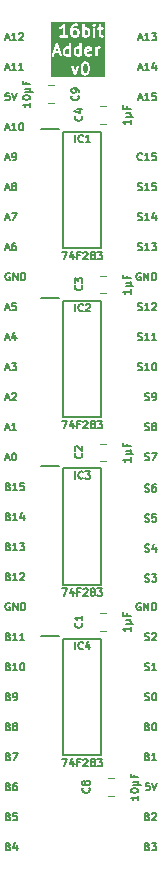
<source format=gto>
%TF.GenerationSoftware,KiCad,Pcbnew,8.0.4*%
%TF.CreationDate,2024-09-04T13:23:53+02:00*%
%TF.ProjectId,Adder 16bit,41646465-7220-4313-9662-69742e6b6963,V0*%
%TF.SameCoordinates,PX54c81a0PY37b6b20*%
%TF.FileFunction,Legend,Top*%
%TF.FilePolarity,Positive*%
%FSLAX46Y46*%
G04 Gerber Fmt 4.6, Leading zero omitted, Abs format (unit mm)*
G04 Created by KiCad (PCBNEW 8.0.4) date 2024-09-04 13:23:53*
%MOMM*%
%LPD*%
G01*
G04 APERTURE LIST*
%ADD10C,0.150000*%
%ADD11C,0.200000*%
%ADD12C,0.120000*%
G04 APERTURE END LIST*
D10*
X13429839Y-63150963D02*
X13127458Y-63150963D01*
X13127458Y-63150963D02*
X13097220Y-63453344D01*
X13097220Y-63453344D02*
X13127458Y-63423105D01*
X13127458Y-63423105D02*
X13187934Y-63392867D01*
X13187934Y-63392867D02*
X13339125Y-63392867D01*
X13339125Y-63392867D02*
X13399601Y-63423105D01*
X13399601Y-63423105D02*
X13429839Y-63453344D01*
X13429839Y-63453344D02*
X13460077Y-63513820D01*
X13460077Y-63513820D02*
X13460077Y-63665010D01*
X13460077Y-63665010D02*
X13429839Y-63725486D01*
X13429839Y-63725486D02*
X13399601Y-63755725D01*
X13399601Y-63755725D02*
X13339125Y-63785963D01*
X13339125Y-63785963D02*
X13187934Y-63785963D01*
X13187934Y-63785963D02*
X13127458Y-63755725D01*
X13127458Y-63755725D02*
X13097220Y-63725486D01*
X13641506Y-63150963D02*
X13853172Y-63785963D01*
X13853172Y-63785963D02*
X14064839Y-63150963D01*
X13036744Y-38482725D02*
X13127458Y-38512963D01*
X13127458Y-38512963D02*
X13278649Y-38512963D01*
X13278649Y-38512963D02*
X13339125Y-38482725D01*
X13339125Y-38482725D02*
X13369363Y-38452486D01*
X13369363Y-38452486D02*
X13399601Y-38392010D01*
X13399601Y-38392010D02*
X13399601Y-38331534D01*
X13399601Y-38331534D02*
X13369363Y-38271058D01*
X13369363Y-38271058D02*
X13339125Y-38240820D01*
X13339125Y-38240820D02*
X13278649Y-38210582D01*
X13278649Y-38210582D02*
X13157696Y-38180344D01*
X13157696Y-38180344D02*
X13097220Y-38150105D01*
X13097220Y-38150105D02*
X13066982Y-38119867D01*
X13066982Y-38119867D02*
X13036744Y-38059391D01*
X13036744Y-38059391D02*
X13036744Y-37998915D01*
X13036744Y-37998915D02*
X13066982Y-37938439D01*
X13066982Y-37938439D02*
X13097220Y-37908201D01*
X13097220Y-37908201D02*
X13157696Y-37877963D01*
X13157696Y-37877963D02*
X13308887Y-37877963D01*
X13308887Y-37877963D02*
X13399601Y-37908201D01*
X13943887Y-37877963D02*
X13822934Y-37877963D01*
X13822934Y-37877963D02*
X13762458Y-37908201D01*
X13762458Y-37908201D02*
X13732220Y-37938439D01*
X13732220Y-37938439D02*
X13671744Y-38029153D01*
X13671744Y-38029153D02*
X13641506Y-38150105D01*
X13641506Y-38150105D02*
X13641506Y-38392010D01*
X13641506Y-38392010D02*
X13671744Y-38452486D01*
X13671744Y-38452486D02*
X13701982Y-38482725D01*
X13701982Y-38482725D02*
X13762458Y-38512963D01*
X13762458Y-38512963D02*
X13883411Y-38512963D01*
X13883411Y-38512963D02*
X13943887Y-38482725D01*
X13943887Y-38482725D02*
X13974125Y-38452486D01*
X13974125Y-38452486D02*
X14004363Y-38392010D01*
X14004363Y-38392010D02*
X14004363Y-38240820D01*
X14004363Y-38240820D02*
X13974125Y-38180344D01*
X13974125Y-38180344D02*
X13943887Y-38150105D01*
X13943887Y-38150105D02*
X13883411Y-38119867D01*
X13883411Y-38119867D02*
X13762458Y-38119867D01*
X13762458Y-38119867D02*
X13701982Y-38150105D01*
X13701982Y-38150105D02*
X13671744Y-38180344D01*
X13671744Y-38180344D02*
X13641506Y-38240820D01*
X1235636Y-15344534D02*
X1538017Y-15344534D01*
X1175160Y-15525963D02*
X1386826Y-14890963D01*
X1386826Y-14890963D02*
X1598493Y-15525963D01*
X1749684Y-14890963D02*
X2173017Y-14890963D01*
X2173017Y-14890963D02*
X1900874Y-15525963D01*
X1477541Y-63453344D02*
X1568255Y-63483582D01*
X1568255Y-63483582D02*
X1598493Y-63513820D01*
X1598493Y-63513820D02*
X1628731Y-63574296D01*
X1628731Y-63574296D02*
X1628731Y-63665010D01*
X1628731Y-63665010D02*
X1598493Y-63725486D01*
X1598493Y-63725486D02*
X1568255Y-63755725D01*
X1568255Y-63755725D02*
X1507779Y-63785963D01*
X1507779Y-63785963D02*
X1265874Y-63785963D01*
X1265874Y-63785963D02*
X1265874Y-63150963D01*
X1265874Y-63150963D02*
X1477541Y-63150963D01*
X1477541Y-63150963D02*
X1538017Y-63181201D01*
X1538017Y-63181201D02*
X1568255Y-63211439D01*
X1568255Y-63211439D02*
X1598493Y-63271915D01*
X1598493Y-63271915D02*
X1598493Y-63332391D01*
X1598493Y-63332391D02*
X1568255Y-63392867D01*
X1568255Y-63392867D02*
X1538017Y-63423105D01*
X1538017Y-63423105D02*
X1477541Y-63453344D01*
X1477541Y-63453344D02*
X1265874Y-63453344D01*
X2173017Y-63150963D02*
X2052064Y-63150963D01*
X2052064Y-63150963D02*
X1991588Y-63181201D01*
X1991588Y-63181201D02*
X1961350Y-63211439D01*
X1961350Y-63211439D02*
X1900874Y-63302153D01*
X1900874Y-63302153D02*
X1870636Y-63423105D01*
X1870636Y-63423105D02*
X1870636Y-63665010D01*
X1870636Y-63665010D02*
X1900874Y-63725486D01*
X1900874Y-63725486D02*
X1931112Y-63755725D01*
X1931112Y-63755725D02*
X1991588Y-63785963D01*
X1991588Y-63785963D02*
X2112541Y-63785963D01*
X2112541Y-63785963D02*
X2173017Y-63755725D01*
X2173017Y-63755725D02*
X2203255Y-63725486D01*
X2203255Y-63725486D02*
X2233493Y-63665010D01*
X2233493Y-63665010D02*
X2233493Y-63513820D01*
X2233493Y-63513820D02*
X2203255Y-63453344D01*
X2203255Y-63453344D02*
X2173017Y-63423105D01*
X2173017Y-63423105D02*
X2112541Y-63392867D01*
X2112541Y-63392867D02*
X1991588Y-63392867D01*
X1991588Y-63392867D02*
X1931112Y-63423105D01*
X1931112Y-63423105D02*
X1900874Y-63453344D01*
X1900874Y-63453344D02*
X1870636Y-63513820D01*
X1235636Y-104534D02*
X1538017Y-104534D01*
X1175160Y-285963D02*
X1386826Y349037D01*
X1386826Y349037D02*
X1598493Y-285963D01*
X2142779Y-285963D02*
X1779922Y-285963D01*
X1961350Y-285963D02*
X1961350Y349037D01*
X1961350Y349037D02*
X1900874Y258323D01*
X1900874Y258323D02*
X1840398Y197847D01*
X1840398Y197847D02*
X1779922Y167609D01*
X2384684Y288561D02*
X2414922Y318799D01*
X2414922Y318799D02*
X2475398Y349037D01*
X2475398Y349037D02*
X2626589Y349037D01*
X2626589Y349037D02*
X2687065Y318799D01*
X2687065Y318799D02*
X2717303Y288561D01*
X2717303Y288561D02*
X2747541Y228085D01*
X2747541Y228085D02*
X2747541Y167609D01*
X2747541Y167609D02*
X2717303Y76895D01*
X2717303Y76895D02*
X2354446Y-285963D01*
X2354446Y-285963D02*
X2747541Y-285963D01*
X13248411Y-68533344D02*
X13339125Y-68563582D01*
X13339125Y-68563582D02*
X13369363Y-68593820D01*
X13369363Y-68593820D02*
X13399601Y-68654296D01*
X13399601Y-68654296D02*
X13399601Y-68745010D01*
X13399601Y-68745010D02*
X13369363Y-68805486D01*
X13369363Y-68805486D02*
X13339125Y-68835725D01*
X13339125Y-68835725D02*
X13278649Y-68865963D01*
X13278649Y-68865963D02*
X13036744Y-68865963D01*
X13036744Y-68865963D02*
X13036744Y-68230963D01*
X13036744Y-68230963D02*
X13248411Y-68230963D01*
X13248411Y-68230963D02*
X13308887Y-68261201D01*
X13308887Y-68261201D02*
X13339125Y-68291439D01*
X13339125Y-68291439D02*
X13369363Y-68351915D01*
X13369363Y-68351915D02*
X13369363Y-68412391D01*
X13369363Y-68412391D02*
X13339125Y-68472867D01*
X13339125Y-68472867D02*
X13308887Y-68503105D01*
X13308887Y-68503105D02*
X13248411Y-68533344D01*
X13248411Y-68533344D02*
X13036744Y-68533344D01*
X13611268Y-68230963D02*
X14004363Y-68230963D01*
X14004363Y-68230963D02*
X13792696Y-68472867D01*
X13792696Y-68472867D02*
X13883411Y-68472867D01*
X13883411Y-68472867D02*
X13943887Y-68503105D01*
X13943887Y-68503105D02*
X13974125Y-68533344D01*
X13974125Y-68533344D02*
X14004363Y-68593820D01*
X14004363Y-68593820D02*
X14004363Y-68745010D01*
X14004363Y-68745010D02*
X13974125Y-68805486D01*
X13974125Y-68805486D02*
X13943887Y-68835725D01*
X13943887Y-68835725D02*
X13883411Y-68865963D01*
X13883411Y-68865963D02*
X13701982Y-68865963D01*
X13701982Y-68865963D02*
X13641506Y-68835725D01*
X13641506Y-68835725D02*
X13611268Y-68805486D01*
X1598493Y-47941201D02*
X1538017Y-47910963D01*
X1538017Y-47910963D02*
X1447303Y-47910963D01*
X1447303Y-47910963D02*
X1356588Y-47941201D01*
X1356588Y-47941201D02*
X1296112Y-48001677D01*
X1296112Y-48001677D02*
X1265874Y-48062153D01*
X1265874Y-48062153D02*
X1235636Y-48183105D01*
X1235636Y-48183105D02*
X1235636Y-48273820D01*
X1235636Y-48273820D02*
X1265874Y-48394772D01*
X1265874Y-48394772D02*
X1296112Y-48455248D01*
X1296112Y-48455248D02*
X1356588Y-48515725D01*
X1356588Y-48515725D02*
X1447303Y-48545963D01*
X1447303Y-48545963D02*
X1507779Y-48545963D01*
X1507779Y-48545963D02*
X1598493Y-48515725D01*
X1598493Y-48515725D02*
X1628731Y-48485486D01*
X1628731Y-48485486D02*
X1628731Y-48273820D01*
X1628731Y-48273820D02*
X1507779Y-48273820D01*
X1900874Y-48545963D02*
X1900874Y-47910963D01*
X1900874Y-47910963D02*
X2263731Y-48545963D01*
X2263731Y-48545963D02*
X2263731Y-47910963D01*
X2566112Y-48545963D02*
X2566112Y-47910963D01*
X2566112Y-47910963D02*
X2717302Y-47910963D01*
X2717302Y-47910963D02*
X2808017Y-47941201D01*
X2808017Y-47941201D02*
X2868493Y-48001677D01*
X2868493Y-48001677D02*
X2898731Y-48062153D01*
X2898731Y-48062153D02*
X2928969Y-48183105D01*
X2928969Y-48183105D02*
X2928969Y-48273820D01*
X2928969Y-48273820D02*
X2898731Y-48394772D01*
X2898731Y-48394772D02*
X2868493Y-48455248D01*
X2868493Y-48455248D02*
X2808017Y-48515725D01*
X2808017Y-48515725D02*
X2717302Y-48545963D01*
X2717302Y-48545963D02*
X2566112Y-48545963D01*
D11*
G36*
X8084573Y-2299024D02*
G01*
X8109242Y-2323692D01*
X8144695Y-2394599D01*
X8186666Y-2562480D01*
X8186666Y-2775956D01*
X8144695Y-2943837D01*
X8109242Y-3014743D01*
X8084573Y-3039413D01*
X8024964Y-3069219D01*
X7976940Y-3069219D01*
X7917330Y-3039414D01*
X7892663Y-3014746D01*
X7857208Y-2943837D01*
X7815238Y-2775956D01*
X7815238Y-2562481D01*
X7857208Y-2394599D01*
X7892662Y-2323692D01*
X7917330Y-2299023D01*
X7976940Y-2269219D01*
X8024964Y-2269219D01*
X8084573Y-2299024D01*
G37*
G36*
X6591428Y-1002030D02*
G01*
X6591428Y-1449852D01*
X6572583Y-1459275D01*
X6429321Y-1459275D01*
X6369711Y-1429470D01*
X6345044Y-1404802D01*
X6315238Y-1345190D01*
X6315238Y-1106691D01*
X6345043Y-1047081D01*
X6369711Y-1022412D01*
X6429321Y-992608D01*
X6572583Y-992608D01*
X6591428Y-1002030D01*
G37*
G36*
X7496190Y-1002030D02*
G01*
X7496190Y-1449852D01*
X7477345Y-1459275D01*
X7334083Y-1459275D01*
X7274473Y-1429470D01*
X7249806Y-1404802D01*
X7220000Y-1345190D01*
X7220000Y-1106691D01*
X7249805Y-1047081D01*
X7274473Y-1022412D01*
X7334083Y-992608D01*
X7477345Y-992608D01*
X7496190Y-1002030D01*
G37*
G36*
X8378797Y-1014763D02*
G01*
X8396247Y-1049663D01*
X8124762Y-1103960D01*
X8124762Y-1059072D01*
X8146917Y-1014762D01*
X8191226Y-992608D01*
X8334488Y-992608D01*
X8378797Y-1014763D01*
G37*
G36*
X5695543Y-1173560D02*
G01*
X5496838Y-1173560D01*
X5596190Y-875502D01*
X5695543Y-1173560D01*
G37*
G36*
X7251240Y539912D02*
G01*
X7275909Y515244D01*
X7305714Y455634D01*
X7305714Y264753D01*
X7275909Y205145D01*
X7251240Y180475D01*
X7191631Y150669D01*
X7048369Y150669D01*
X6988759Y180474D01*
X6964092Y205142D01*
X6934286Y264754D01*
X6934286Y455634D01*
X6964091Y515244D01*
X6988759Y539913D01*
X7048369Y569717D01*
X7191631Y569717D01*
X7251240Y539912D01*
G37*
G36*
X8156002Y587531D02*
G01*
X8180671Y562863D01*
X8210476Y503253D01*
X8210476Y264753D01*
X8180671Y205145D01*
X8156002Y180475D01*
X8096393Y150669D01*
X7953131Y150669D01*
X7934286Y160092D01*
X7934286Y607914D01*
X7953131Y617336D01*
X8096393Y617336D01*
X8156002Y587531D01*
G37*
G36*
X9662523Y-3380330D02*
G01*
X5052531Y-3380330D01*
X5052531Y-2517167D01*
X6806787Y-2517167D01*
X6811540Y-2536186D01*
X7049635Y-3202852D01*
X7058005Y-3220579D01*
X7061375Y-3224301D01*
X7063523Y-3228836D01*
X7074374Y-3238659D01*
X7084192Y-3249504D01*
X7088724Y-3251651D01*
X7092449Y-3255023D01*
X7106239Y-3259947D01*
X7119454Y-3266208D01*
X7124464Y-3266457D01*
X7129194Y-3268146D01*
X7143815Y-3267418D01*
X7158424Y-3268145D01*
X7163149Y-3266457D01*
X7168164Y-3266208D01*
X7181390Y-3259942D01*
X7195169Y-3255022D01*
X7198889Y-3251653D01*
X7203426Y-3249505D01*
X7213248Y-3238654D01*
X7224095Y-3228836D01*
X7226242Y-3224301D01*
X7229613Y-3220579D01*
X7237983Y-3202853D01*
X7471083Y-2550171D01*
X7615238Y-2550171D01*
X7615238Y-2788266D01*
X7615573Y-2791668D01*
X7615356Y-2793127D01*
X7616435Y-2800424D01*
X7617159Y-2807775D01*
X7617723Y-2809138D01*
X7618224Y-2812520D01*
X7665843Y-3002995D01*
X7666356Y-3004432D01*
X7666408Y-3005155D01*
X7669516Y-3013279D01*
X7672438Y-3021456D01*
X7672868Y-3022036D01*
X7673414Y-3023463D01*
X7721033Y-3118701D01*
X7726316Y-3127093D01*
X7727328Y-3129537D01*
X7729584Y-3132286D01*
X7731476Y-3135291D01*
X7733470Y-3137020D01*
X7739765Y-3144690D01*
X7787383Y-3192310D01*
X7795051Y-3198603D01*
X7796783Y-3200600D01*
X7799791Y-3202493D01*
X7802537Y-3204747D01*
X7804977Y-3205757D01*
X7813374Y-3211043D01*
X7908611Y-3258662D01*
X7926920Y-3265668D01*
X7930503Y-3265922D01*
X7933824Y-3267298D01*
X7953333Y-3269219D01*
X8048571Y-3269219D01*
X8068080Y-3267298D01*
X8071400Y-3265922D01*
X8074984Y-3265668D01*
X8093292Y-3258662D01*
X8188530Y-3211043D01*
X8196925Y-3205758D01*
X8199367Y-3204747D01*
X8202114Y-3202491D01*
X8205120Y-3200600D01*
X8206850Y-3198605D01*
X8214520Y-3192310D01*
X8262139Y-3144690D01*
X8268431Y-3137023D01*
X8270428Y-3135292D01*
X8272321Y-3132284D01*
X8274576Y-3129537D01*
X8275587Y-3127095D01*
X8280871Y-3118701D01*
X8328490Y-3023464D01*
X8329036Y-3022035D01*
X8329466Y-3021456D01*
X8332387Y-3013279D01*
X8335496Y-3005155D01*
X8335547Y-3004434D01*
X8336061Y-3002996D01*
X8383680Y-2812520D01*
X8384180Y-2809138D01*
X8384745Y-2807775D01*
X8385468Y-2800424D01*
X8386548Y-2793127D01*
X8386330Y-2791668D01*
X8386666Y-2788266D01*
X8386666Y-2550171D01*
X8386330Y-2546768D01*
X8386548Y-2545310D01*
X8385468Y-2538012D01*
X8384745Y-2530662D01*
X8384180Y-2529298D01*
X8383680Y-2525917D01*
X8336061Y-2335441D01*
X8335547Y-2334002D01*
X8335496Y-2333282D01*
X8332387Y-2325157D01*
X8329466Y-2316981D01*
X8329036Y-2316401D01*
X8328490Y-2314973D01*
X8280871Y-2219736D01*
X8275585Y-2211339D01*
X8274575Y-2208899D01*
X8272321Y-2206153D01*
X8270428Y-2203145D01*
X8268430Y-2201412D01*
X8262138Y-2193746D01*
X8214520Y-2146127D01*
X8206849Y-2139832D01*
X8205120Y-2137838D01*
X8202112Y-2135944D01*
X8199366Y-2133691D01*
X8196926Y-2132680D01*
X8188530Y-2127395D01*
X8093292Y-2079776D01*
X8074984Y-2072770D01*
X8071400Y-2072515D01*
X8068080Y-2071140D01*
X8048571Y-2069219D01*
X7953333Y-2069219D01*
X7933824Y-2071140D01*
X7930503Y-2072515D01*
X7926920Y-2072770D01*
X7908611Y-2079776D01*
X7813374Y-2127395D01*
X7804977Y-2132680D01*
X7802537Y-2133691D01*
X7799791Y-2135944D01*
X7796783Y-2137838D01*
X7795050Y-2139835D01*
X7787384Y-2146128D01*
X7739765Y-2193746D01*
X7733470Y-2201416D01*
X7731476Y-2203146D01*
X7729582Y-2206153D01*
X7727329Y-2208900D01*
X7726318Y-2211339D01*
X7721033Y-2219736D01*
X7673414Y-2314974D01*
X7672868Y-2316400D01*
X7672438Y-2316981D01*
X7669516Y-2325157D01*
X7666408Y-2333282D01*
X7666356Y-2334004D01*
X7665843Y-2335442D01*
X7618224Y-2525917D01*
X7617723Y-2529298D01*
X7617159Y-2530662D01*
X7616435Y-2538012D01*
X7615356Y-2545310D01*
X7615573Y-2546768D01*
X7615238Y-2550171D01*
X7471083Y-2550171D01*
X7476078Y-2536186D01*
X7480831Y-2517167D01*
X7478893Y-2478197D01*
X7462190Y-2442935D01*
X7433264Y-2416749D01*
X7396519Y-2403626D01*
X7357549Y-2405563D01*
X7322287Y-2422267D01*
X7296100Y-2451192D01*
X7287730Y-2468919D01*
X7143809Y-2871897D01*
X6999888Y-2468918D01*
X6991518Y-2451192D01*
X6965331Y-2422266D01*
X6930069Y-2405563D01*
X6891099Y-2403625D01*
X6854354Y-2416748D01*
X6825428Y-2442935D01*
X6808725Y-2478197D01*
X6806787Y-2517167D01*
X5052531Y-2517167D01*
X5052531Y-1546768D01*
X5163642Y-1546768D01*
X5166408Y-1585688D01*
X5183858Y-1620587D01*
X5213334Y-1646152D01*
X5250350Y-1658490D01*
X5289270Y-1655724D01*
X5324169Y-1638274D01*
X5349734Y-1608798D01*
X5357725Y-1590898D01*
X5430171Y-1373560D01*
X5762209Y-1373560D01*
X5834655Y-1590897D01*
X5842646Y-1608798D01*
X5868211Y-1638274D01*
X5903110Y-1655723D01*
X5942030Y-1658490D01*
X5979046Y-1646151D01*
X6008522Y-1620586D01*
X6025972Y-1585687D01*
X6028738Y-1546767D01*
X6024391Y-1527652D01*
X5876202Y-1083084D01*
X6115238Y-1083084D01*
X6115238Y-1368798D01*
X6117159Y-1388307D01*
X6118534Y-1391627D01*
X6118789Y-1395211D01*
X6125795Y-1413519D01*
X6173414Y-1508757D01*
X6178697Y-1517149D01*
X6179709Y-1519593D01*
X6181965Y-1522342D01*
X6183857Y-1525347D01*
X6185851Y-1527076D01*
X6192146Y-1534746D01*
X6239764Y-1582366D01*
X6247432Y-1588659D01*
X6249164Y-1590656D01*
X6252172Y-1592549D01*
X6254918Y-1594803D01*
X6257358Y-1595813D01*
X6265755Y-1601099D01*
X6360992Y-1648718D01*
X6379301Y-1655724D01*
X6382884Y-1655978D01*
X6386205Y-1657354D01*
X6405714Y-1659275D01*
X6596190Y-1659275D01*
X6615699Y-1657354D01*
X6619019Y-1655978D01*
X6622603Y-1655724D01*
X6640911Y-1648718D01*
X6645514Y-1646416D01*
X6671919Y-1657354D01*
X6710937Y-1657354D01*
X6746985Y-1642422D01*
X6774575Y-1614832D01*
X6789507Y-1578784D01*
X6791428Y-1559275D01*
X6791428Y-1083084D01*
X7020000Y-1083084D01*
X7020000Y-1368798D01*
X7021921Y-1388307D01*
X7023296Y-1391627D01*
X7023551Y-1395211D01*
X7030557Y-1413519D01*
X7078176Y-1508757D01*
X7083459Y-1517149D01*
X7084471Y-1519593D01*
X7086727Y-1522342D01*
X7088619Y-1525347D01*
X7090613Y-1527076D01*
X7096908Y-1534746D01*
X7144526Y-1582366D01*
X7152194Y-1588659D01*
X7153926Y-1590656D01*
X7156934Y-1592549D01*
X7159680Y-1594803D01*
X7162120Y-1595813D01*
X7170517Y-1601099D01*
X7265754Y-1648718D01*
X7284063Y-1655724D01*
X7287646Y-1655978D01*
X7290967Y-1657354D01*
X7310476Y-1659275D01*
X7500952Y-1659275D01*
X7520461Y-1657354D01*
X7523781Y-1655978D01*
X7527365Y-1655724D01*
X7545673Y-1648718D01*
X7550276Y-1646416D01*
X7576681Y-1657354D01*
X7615699Y-1657354D01*
X7651747Y-1642422D01*
X7679337Y-1614832D01*
X7694269Y-1578784D01*
X7696190Y-1559275D01*
X7696190Y-1035465D01*
X7924762Y-1035465D01*
X7924762Y-1416417D01*
X7926683Y-1435926D01*
X7928058Y-1439246D01*
X7928313Y-1442829D01*
X7935319Y-1461138D01*
X7982938Y-1556377D01*
X7984991Y-1559640D01*
X7985505Y-1561179D01*
X7987167Y-1563095D01*
X7993381Y-1572967D01*
X8002852Y-1581181D01*
X8011069Y-1590656D01*
X8020939Y-1596868D01*
X8022857Y-1598532D01*
X8024397Y-1599045D01*
X8027660Y-1601099D01*
X8122897Y-1648718D01*
X8141206Y-1655724D01*
X8144789Y-1655978D01*
X8148110Y-1657354D01*
X8167619Y-1659275D01*
X8358095Y-1659275D01*
X8377604Y-1657354D01*
X8380924Y-1655978D01*
X8384508Y-1655724D01*
X8402816Y-1648718D01*
X8498054Y-1601099D01*
X8514644Y-1590656D01*
X8540209Y-1561179D01*
X8552547Y-1524163D01*
X8549782Y-1485243D01*
X8532333Y-1450345D01*
X8502856Y-1424780D01*
X8465840Y-1412441D01*
X8426920Y-1415207D01*
X8408611Y-1422213D01*
X8334488Y-1459275D01*
X8191226Y-1459275D01*
X8146916Y-1437120D01*
X8124762Y-1392810D01*
X8124762Y-1307921D01*
X8520458Y-1228782D01*
X8520461Y-1228782D01*
X8520463Y-1228780D01*
X8520563Y-1228761D01*
X8539317Y-1223051D01*
X8547457Y-1217599D01*
X8556509Y-1213850D01*
X8563510Y-1206848D01*
X8571736Y-1201340D01*
X8577170Y-1193188D01*
X8584099Y-1186260D01*
X8587888Y-1177112D01*
X8593380Y-1168875D01*
X8595281Y-1159264D01*
X8599031Y-1150212D01*
X8600952Y-1130703D01*
X8600952Y-1035465D01*
X8599031Y-1015956D01*
X8597655Y-1012635D01*
X8597401Y-1009052D01*
X8590395Y-990743D01*
X8542776Y-895506D01*
X8540951Y-892608D01*
X8829524Y-892608D01*
X8829524Y-1559275D01*
X8831445Y-1578784D01*
X8846377Y-1614832D01*
X8873967Y-1642422D01*
X8910015Y-1657354D01*
X8949033Y-1657354D01*
X8985081Y-1642422D01*
X9012671Y-1614832D01*
X9027603Y-1578784D01*
X9029524Y-1559275D01*
X9029524Y-1106691D01*
X9059329Y-1047081D01*
X9083997Y-1022412D01*
X9143607Y-992608D01*
X9215238Y-992608D01*
X9234747Y-990687D01*
X9270795Y-975755D01*
X9298385Y-948165D01*
X9313317Y-912117D01*
X9313317Y-873099D01*
X9298385Y-837051D01*
X9270795Y-809461D01*
X9234747Y-794529D01*
X9215238Y-792608D01*
X9120000Y-792608D01*
X9100491Y-794529D01*
X9097170Y-795904D01*
X9093587Y-796159D01*
X9075278Y-803165D01*
X9010949Y-835329D01*
X8985081Y-809461D01*
X8949033Y-794529D01*
X8910015Y-794529D01*
X8873967Y-809461D01*
X8846377Y-837051D01*
X8831445Y-873099D01*
X8829524Y-892608D01*
X8540951Y-892608D01*
X8540721Y-892242D01*
X8540209Y-890704D01*
X8538547Y-888788D01*
X8532333Y-878915D01*
X8522857Y-870697D01*
X8514644Y-861227D01*
X8504772Y-855013D01*
X8502856Y-853351D01*
X8501317Y-852837D01*
X8498054Y-850784D01*
X8402816Y-803165D01*
X8384508Y-796159D01*
X8380924Y-795904D01*
X8377604Y-794529D01*
X8358095Y-792608D01*
X8167619Y-792608D01*
X8148110Y-794529D01*
X8144789Y-795904D01*
X8141206Y-796159D01*
X8122897Y-803165D01*
X8027660Y-850784D01*
X8024396Y-852838D01*
X8022858Y-853351D01*
X8020942Y-855012D01*
X8011069Y-861227D01*
X8002851Y-870702D01*
X7993381Y-878916D01*
X7987167Y-888787D01*
X7985505Y-890704D01*
X7984991Y-892242D01*
X7982938Y-895506D01*
X7935319Y-990744D01*
X7928313Y-1009052D01*
X7928058Y-1012635D01*
X7926683Y-1015956D01*
X7924762Y-1035465D01*
X7696190Y-1035465D01*
X7696190Y-559275D01*
X7694269Y-539766D01*
X7679337Y-503718D01*
X7651747Y-476128D01*
X7615699Y-461196D01*
X7576681Y-461196D01*
X7540633Y-476128D01*
X7513043Y-503718D01*
X7498111Y-539766D01*
X7496190Y-559275D01*
X7496190Y-792608D01*
X7310476Y-792608D01*
X7290967Y-794529D01*
X7287646Y-795904D01*
X7284063Y-796159D01*
X7265754Y-803165D01*
X7170517Y-850784D01*
X7162120Y-856069D01*
X7159680Y-857080D01*
X7156934Y-859333D01*
X7153926Y-861227D01*
X7152193Y-863224D01*
X7144527Y-869517D01*
X7096908Y-917135D01*
X7090613Y-924805D01*
X7088619Y-926535D01*
X7086725Y-929542D01*
X7084472Y-932289D01*
X7083461Y-934728D01*
X7078176Y-943125D01*
X7030557Y-1038363D01*
X7023551Y-1056671D01*
X7023296Y-1060254D01*
X7021921Y-1063575D01*
X7020000Y-1083084D01*
X6791428Y-1083084D01*
X6791428Y-559275D01*
X6789507Y-539766D01*
X6774575Y-503718D01*
X6746985Y-476128D01*
X6710937Y-461196D01*
X6671919Y-461196D01*
X6635871Y-476128D01*
X6608281Y-503718D01*
X6593349Y-539766D01*
X6591428Y-559275D01*
X6591428Y-792608D01*
X6405714Y-792608D01*
X6386205Y-794529D01*
X6382884Y-795904D01*
X6379301Y-796159D01*
X6360992Y-803165D01*
X6265755Y-850784D01*
X6257358Y-856069D01*
X6254918Y-857080D01*
X6252172Y-859333D01*
X6249164Y-861227D01*
X6247431Y-863224D01*
X6239765Y-869517D01*
X6192146Y-917135D01*
X6185851Y-924805D01*
X6183857Y-926535D01*
X6181963Y-929542D01*
X6179710Y-932289D01*
X6178699Y-934728D01*
X6173414Y-943125D01*
X6125795Y-1038363D01*
X6118789Y-1056671D01*
X6118534Y-1060254D01*
X6117159Y-1063575D01*
X6115238Y-1083084D01*
X5876202Y-1083084D01*
X5691058Y-527652D01*
X5683067Y-509752D01*
X5678382Y-504350D01*
X5675189Y-497964D01*
X5665720Y-489751D01*
X5657502Y-480276D01*
X5651110Y-477079D01*
X5645713Y-472399D01*
X5633819Y-468434D01*
X5622603Y-462826D01*
X5615475Y-462319D01*
X5608697Y-460060D01*
X5596192Y-460949D01*
X5583683Y-460060D01*
X5576901Y-462320D01*
X5569777Y-462827D01*
X5558568Y-468430D01*
X5546667Y-472398D01*
X5541266Y-477081D01*
X5534878Y-480276D01*
X5526662Y-489747D01*
X5517191Y-497963D01*
X5513996Y-504352D01*
X5509313Y-509752D01*
X5501322Y-527653D01*
X5167989Y-1527652D01*
X5163642Y-1546768D01*
X5052531Y-1546768D01*
X5052531Y777462D01*
X5782690Y777462D01*
X5785456Y738542D01*
X5802905Y703643D01*
X5832382Y678079D01*
X5869398Y665740D01*
X5908318Y668506D01*
X5926626Y675512D01*
X6021864Y723131D01*
X6030260Y728417D01*
X6032700Y729427D01*
X6035446Y731681D01*
X6038454Y733574D01*
X6040183Y735569D01*
X6047854Y741863D01*
X6067619Y761628D01*
X6067619Y150669D01*
X5881905Y150669D01*
X5862396Y148748D01*
X5826348Y133816D01*
X5798758Y106226D01*
X5783826Y70178D01*
X5783826Y31160D01*
X5798758Y-4888D01*
X5826348Y-32478D01*
X5862396Y-47410D01*
X5881905Y-49331D01*
X6453333Y-49331D01*
X6472842Y-47410D01*
X6508890Y-32478D01*
X6536480Y-4888D01*
X6551412Y31160D01*
X6551412Y70178D01*
X6536480Y106226D01*
X6508890Y133816D01*
X6472842Y148748D01*
X6453333Y150669D01*
X6267619Y150669D01*
X6267619Y622098D01*
X6734286Y622098D01*
X6734286Y241146D01*
X6736207Y221637D01*
X6737582Y218317D01*
X6737837Y214733D01*
X6744843Y196425D01*
X6792462Y101187D01*
X6797745Y92795D01*
X6798757Y90351D01*
X6801013Y87602D01*
X6802905Y84597D01*
X6804899Y82868D01*
X6811194Y75198D01*
X6858812Y27578D01*
X6866480Y21285D01*
X6868212Y19288D01*
X6871220Y17395D01*
X6873966Y15141D01*
X6876406Y14131D01*
X6884803Y8845D01*
X6980040Y-38774D01*
X6998349Y-45780D01*
X7001932Y-46034D01*
X7005253Y-47410D01*
X7024762Y-49331D01*
X7215238Y-49331D01*
X7234747Y-47410D01*
X7238067Y-46034D01*
X7241651Y-45780D01*
X7259959Y-38774D01*
X7355197Y8845D01*
X7363592Y14130D01*
X7366034Y15141D01*
X7368781Y17397D01*
X7371787Y19288D01*
X7373517Y21283D01*
X7381187Y27578D01*
X7428806Y75198D01*
X7435098Y82865D01*
X7437095Y84596D01*
X7438988Y87604D01*
X7441243Y90351D01*
X7442254Y92793D01*
X7447538Y101187D01*
X7495157Y196424D01*
X7502163Y214733D01*
X7502417Y218317D01*
X7503793Y221637D01*
X7505714Y241146D01*
X7505714Y479241D01*
X7503793Y498750D01*
X7502417Y502071D01*
X7502163Y505654D01*
X7495157Y523963D01*
X7447538Y619200D01*
X7442252Y627597D01*
X7441242Y630037D01*
X7438988Y632783D01*
X7437095Y635791D01*
X7435097Y637524D01*
X7428805Y645190D01*
X7381187Y692809D01*
X7373516Y699104D01*
X7371787Y701098D01*
X7368779Y702992D01*
X7366033Y705245D01*
X7363593Y706256D01*
X7355197Y711541D01*
X7259959Y759160D01*
X7241651Y766166D01*
X7238067Y766421D01*
X7234747Y767796D01*
X7215238Y769717D01*
X7024762Y769717D01*
X7005253Y767796D01*
X7001932Y766421D01*
X6998349Y766166D01*
X6980040Y759160D01*
X6970427Y754354D01*
X6974718Y771516D01*
X7054854Y891721D01*
X7083997Y920865D01*
X7143607Y950669D01*
X7310476Y950669D01*
X7329985Y952590D01*
X7366033Y967522D01*
X7393623Y995112D01*
X7408555Y1031160D01*
X7408555Y1050669D01*
X7734286Y1050669D01*
X7734286Y50669D01*
X7736207Y31160D01*
X7751139Y-4888D01*
X7778729Y-32478D01*
X7814777Y-47410D01*
X7853795Y-47410D01*
X7880199Y-36472D01*
X7884802Y-38774D01*
X7903111Y-45780D01*
X7906694Y-46034D01*
X7910015Y-47410D01*
X7929524Y-49331D01*
X8120000Y-49331D01*
X8139509Y-47410D01*
X8142829Y-46034D01*
X8146413Y-45780D01*
X8164721Y-38774D01*
X8259959Y8845D01*
X8268354Y14130D01*
X8270796Y15141D01*
X8273543Y17397D01*
X8276549Y19288D01*
X8278279Y21283D01*
X8285949Y27578D01*
X8333568Y75198D01*
X8339860Y82865D01*
X8341857Y84596D01*
X8343750Y87604D01*
X8346005Y90351D01*
X8347016Y92793D01*
X8352300Y101187D01*
X8399919Y196424D01*
X8406925Y214733D01*
X8407179Y218317D01*
X8408555Y221637D01*
X8410476Y241146D01*
X8410476Y526860D01*
X8408555Y546369D01*
X8407179Y549690D01*
X8406925Y553273D01*
X8399919Y571582D01*
X8352300Y666819D01*
X8347014Y675216D01*
X8346004Y677656D01*
X8343750Y680402D01*
X8341857Y683410D01*
X8339859Y685143D01*
X8333567Y692809D01*
X8309041Y717336D01*
X8639048Y717336D01*
X8639048Y50669D01*
X8640969Y31160D01*
X8655901Y-4888D01*
X8683491Y-32478D01*
X8719539Y-47410D01*
X8758557Y-47410D01*
X8794605Y-32478D01*
X8822195Y-4888D01*
X8837127Y31160D01*
X8839048Y50669D01*
X8839048Y717336D01*
X8837127Y736845D01*
X8974302Y736845D01*
X8974302Y697827D01*
X8989234Y661779D01*
X9016824Y634189D01*
X9052872Y619257D01*
X9072381Y617336D01*
X9115238Y617336D01*
X9115238Y193527D01*
X9117159Y174018D01*
X9118534Y170698D01*
X9118789Y167115D01*
X9125795Y148806D01*
X9173414Y53567D01*
X9175467Y50304D01*
X9175981Y48765D01*
X9177643Y46849D01*
X9183857Y36977D01*
X9193328Y28763D01*
X9201545Y19288D01*
X9211415Y13076D01*
X9213333Y11412D01*
X9214873Y10899D01*
X9218136Y8845D01*
X9313373Y-38774D01*
X9331682Y-45780D01*
X9335265Y-46034D01*
X9338586Y-47410D01*
X9358095Y-49331D01*
X9453333Y-49331D01*
X9472842Y-47410D01*
X9508890Y-32478D01*
X9536480Y-4888D01*
X9551412Y31160D01*
X9551412Y70178D01*
X9536480Y106226D01*
X9508890Y133816D01*
X9472842Y148748D01*
X9453333Y150669D01*
X9381702Y150669D01*
X9337392Y172824D01*
X9315238Y217134D01*
X9315238Y617336D01*
X9453333Y617336D01*
X9472842Y619257D01*
X9508890Y634189D01*
X9536480Y661779D01*
X9551412Y697827D01*
X9551412Y736845D01*
X9536480Y772893D01*
X9508890Y800483D01*
X9472842Y815415D01*
X9453333Y817336D01*
X9315238Y817336D01*
X9315238Y1050669D01*
X9313317Y1070178D01*
X9298385Y1106226D01*
X9270795Y1133816D01*
X9234747Y1148748D01*
X9195729Y1148748D01*
X9159681Y1133816D01*
X9132091Y1106226D01*
X9117159Y1070178D01*
X9115238Y1050669D01*
X9115238Y817336D01*
X9072381Y817336D01*
X9052872Y815415D01*
X9016824Y800483D01*
X8989234Y772893D01*
X8974302Y736845D01*
X8837127Y736845D01*
X8822195Y772893D01*
X8794605Y800483D01*
X8758557Y815415D01*
X8719539Y815415D01*
X8683491Y800483D01*
X8655901Y772893D01*
X8640969Y736845D01*
X8639048Y717336D01*
X8309041Y717336D01*
X8285949Y740428D01*
X8278278Y746723D01*
X8276549Y748717D01*
X8273541Y750611D01*
X8270795Y752864D01*
X8268355Y753875D01*
X8259959Y759160D01*
X8164721Y806779D01*
X8146413Y813785D01*
X8142829Y814040D01*
X8139509Y815415D01*
X8120000Y817336D01*
X7934286Y817336D01*
X7934286Y1022559D01*
X8593350Y1022559D01*
X8593350Y983541D01*
X8608282Y947493D01*
X8620718Y932339D01*
X8668337Y884721D01*
X8683490Y872284D01*
X8690340Y869447D01*
X8719539Y857352D01*
X8758557Y857352D01*
X8794605Y872284D01*
X8809759Y884720D01*
X8857377Y932339D01*
X8869814Y947492D01*
X8884745Y983541D01*
X8884745Y1022559D01*
X8883230Y1026216D01*
X8869814Y1058608D01*
X8857377Y1073761D01*
X8809759Y1121380D01*
X8794605Y1133816D01*
X8758557Y1148748D01*
X8719539Y1148748D01*
X8694048Y1138190D01*
X8683490Y1133816D01*
X8668337Y1121379D01*
X8620718Y1073761D01*
X8608283Y1058608D01*
X8608282Y1058607D01*
X8593350Y1022559D01*
X7934286Y1022559D01*
X7934286Y1050669D01*
X7932365Y1070178D01*
X7917433Y1106226D01*
X7889843Y1133816D01*
X7853795Y1148748D01*
X7814777Y1148748D01*
X7778729Y1133816D01*
X7751139Y1106226D01*
X7736207Y1070178D01*
X7734286Y1050669D01*
X7408555Y1050669D01*
X7408555Y1070178D01*
X7393623Y1106226D01*
X7366033Y1133816D01*
X7329985Y1148748D01*
X7310476Y1150669D01*
X7120000Y1150669D01*
X7100491Y1148748D01*
X7097170Y1147373D01*
X7093587Y1147118D01*
X7075278Y1140112D01*
X6980041Y1092493D01*
X6971644Y1087208D01*
X6969204Y1086197D01*
X6966458Y1083944D01*
X6963450Y1082050D01*
X6961717Y1080053D01*
X6954051Y1073760D01*
X6906432Y1026142D01*
X6906387Y1026088D01*
X6906358Y1026068D01*
X6900176Y1018520D01*
X6893996Y1010988D01*
X6893982Y1010956D01*
X6893938Y1010901D01*
X6798700Y868044D01*
X6792957Y857275D01*
X6791486Y855288D01*
X6790648Y852943D01*
X6789477Y850746D01*
X6788997Y848323D01*
X6784891Y836827D01*
X6737272Y646352D01*
X6736771Y642971D01*
X6736207Y641607D01*
X6735483Y634257D01*
X6734404Y626959D01*
X6734621Y625501D01*
X6734286Y622098D01*
X6267619Y622098D01*
X6267619Y1050669D01*
X6267612Y1050740D01*
X6267619Y1050774D01*
X6267598Y1050876D01*
X6265698Y1070178D01*
X6261908Y1079327D01*
X6259967Y1089034D01*
X6254515Y1097175D01*
X6250766Y1106226D01*
X6243766Y1113226D01*
X6238256Y1121454D01*
X6230101Y1126891D01*
X6223176Y1133816D01*
X6214032Y1137604D01*
X6205791Y1143098D01*
X6196177Y1145000D01*
X6187128Y1148748D01*
X6177227Y1148748D01*
X6167515Y1150669D01*
X6157910Y1148748D01*
X6148110Y1148748D01*
X6138961Y1144959D01*
X6129254Y1143017D01*
X6121113Y1137566D01*
X6112062Y1133816D01*
X6105062Y1126817D01*
X6096834Y1121306D01*
X6084545Y1106300D01*
X6084472Y1106226D01*
X6084458Y1106194D01*
X6084414Y1106139D01*
X5994670Y971523D01*
X5917906Y894760D01*
X5837184Y854398D01*
X5820593Y843955D01*
X5795029Y814478D01*
X5782690Y777462D01*
X5052531Y777462D01*
X5052531Y1261780D01*
X9662523Y1261780D01*
X9662523Y-3380330D01*
G37*
D10*
X1477541Y-38053344D02*
X1568255Y-38083582D01*
X1568255Y-38083582D02*
X1598493Y-38113820D01*
X1598493Y-38113820D02*
X1628731Y-38174296D01*
X1628731Y-38174296D02*
X1628731Y-38265010D01*
X1628731Y-38265010D02*
X1598493Y-38325486D01*
X1598493Y-38325486D02*
X1568255Y-38355725D01*
X1568255Y-38355725D02*
X1507779Y-38385963D01*
X1507779Y-38385963D02*
X1265874Y-38385963D01*
X1265874Y-38385963D02*
X1265874Y-37750963D01*
X1265874Y-37750963D02*
X1477541Y-37750963D01*
X1477541Y-37750963D02*
X1538017Y-37781201D01*
X1538017Y-37781201D02*
X1568255Y-37811439D01*
X1568255Y-37811439D02*
X1598493Y-37871915D01*
X1598493Y-37871915D02*
X1598493Y-37932391D01*
X1598493Y-37932391D02*
X1568255Y-37992867D01*
X1568255Y-37992867D02*
X1538017Y-38023105D01*
X1538017Y-38023105D02*
X1477541Y-38053344D01*
X1477541Y-38053344D02*
X1265874Y-38053344D01*
X2233493Y-38385963D02*
X1870636Y-38385963D01*
X2052064Y-38385963D02*
X2052064Y-37750963D01*
X2052064Y-37750963D02*
X1991588Y-37841677D01*
X1991588Y-37841677D02*
X1931112Y-37902153D01*
X1931112Y-37902153D02*
X1870636Y-37932391D01*
X2808017Y-37750963D02*
X2505636Y-37750963D01*
X2505636Y-37750963D02*
X2475398Y-38053344D01*
X2475398Y-38053344D02*
X2505636Y-38023105D01*
X2505636Y-38023105D02*
X2566112Y-37992867D01*
X2566112Y-37992867D02*
X2717303Y-37992867D01*
X2717303Y-37992867D02*
X2777779Y-38023105D01*
X2777779Y-38023105D02*
X2808017Y-38053344D01*
X2808017Y-38053344D02*
X2838255Y-38113820D01*
X2838255Y-38113820D02*
X2838255Y-38265010D01*
X2838255Y-38265010D02*
X2808017Y-38325486D01*
X2808017Y-38325486D02*
X2777779Y-38355725D01*
X2777779Y-38355725D02*
X2717303Y-38385963D01*
X2717303Y-38385963D02*
X2566112Y-38385963D01*
X2566112Y-38385963D02*
X2505636Y-38355725D01*
X2505636Y-38355725D02*
X2475398Y-38325486D01*
X12492458Y-5184534D02*
X12794839Y-5184534D01*
X12431982Y-5365963D02*
X12643648Y-4730963D01*
X12643648Y-4730963D02*
X12855315Y-5365963D01*
X13399601Y-5365963D02*
X13036744Y-5365963D01*
X13218172Y-5365963D02*
X13218172Y-4730963D01*
X13218172Y-4730963D02*
X13157696Y-4821677D01*
X13157696Y-4821677D02*
X13097220Y-4882153D01*
X13097220Y-4882153D02*
X13036744Y-4912391D01*
X13974125Y-4730963D02*
X13671744Y-4730963D01*
X13671744Y-4730963D02*
X13641506Y-5033344D01*
X13641506Y-5033344D02*
X13671744Y-5003105D01*
X13671744Y-5003105D02*
X13732220Y-4972867D01*
X13732220Y-4972867D02*
X13883411Y-4972867D01*
X13883411Y-4972867D02*
X13943887Y-5003105D01*
X13943887Y-5003105D02*
X13974125Y-5033344D01*
X13974125Y-5033344D02*
X14004363Y-5093820D01*
X14004363Y-5093820D02*
X14004363Y-5245010D01*
X14004363Y-5245010D02*
X13974125Y-5305486D01*
X13974125Y-5305486D02*
X13943887Y-5335725D01*
X13943887Y-5335725D02*
X13883411Y-5365963D01*
X13883411Y-5365963D02*
X13732220Y-5365963D01*
X13732220Y-5365963D02*
X13671744Y-5335725D01*
X13671744Y-5335725D02*
X13641506Y-5305486D01*
X1235636Y-33124534D02*
X1538017Y-33124534D01*
X1175160Y-33305963D02*
X1386826Y-32670963D01*
X1386826Y-32670963D02*
X1598493Y-33305963D01*
X2142779Y-33305963D02*
X1779922Y-33305963D01*
X1961350Y-33305963D02*
X1961350Y-32670963D01*
X1961350Y-32670963D02*
X1900874Y-32761677D01*
X1900874Y-32761677D02*
X1840398Y-32822153D01*
X1840398Y-32822153D02*
X1779922Y-32852391D01*
X1235636Y-35664534D02*
X1538017Y-35664534D01*
X1175160Y-35845963D02*
X1386826Y-35210963D01*
X1386826Y-35210963D02*
X1598493Y-35845963D01*
X1931112Y-35210963D02*
X1991589Y-35210963D01*
X1991589Y-35210963D02*
X2052065Y-35241201D01*
X2052065Y-35241201D02*
X2082303Y-35271439D01*
X2082303Y-35271439D02*
X2112541Y-35331915D01*
X2112541Y-35331915D02*
X2142779Y-35452867D01*
X2142779Y-35452867D02*
X2142779Y-35604058D01*
X2142779Y-35604058D02*
X2112541Y-35725010D01*
X2112541Y-35725010D02*
X2082303Y-35785486D01*
X2082303Y-35785486D02*
X2052065Y-35815725D01*
X2052065Y-35815725D02*
X1991589Y-35845963D01*
X1991589Y-35845963D02*
X1931112Y-35845963D01*
X1931112Y-35845963D02*
X1870636Y-35815725D01*
X1870636Y-35815725D02*
X1840398Y-35785486D01*
X1840398Y-35785486D02*
X1810160Y-35725010D01*
X1810160Y-35725010D02*
X1779922Y-35604058D01*
X1779922Y-35604058D02*
X1779922Y-35452867D01*
X1779922Y-35452867D02*
X1810160Y-35331915D01*
X1810160Y-35331915D02*
X1840398Y-35271439D01*
X1840398Y-35271439D02*
X1870636Y-35241201D01*
X1870636Y-35241201D02*
X1931112Y-35210963D01*
X12431982Y-23115725D02*
X12522696Y-23145963D01*
X12522696Y-23145963D02*
X12673887Y-23145963D01*
X12673887Y-23145963D02*
X12734363Y-23115725D01*
X12734363Y-23115725D02*
X12764601Y-23085486D01*
X12764601Y-23085486D02*
X12794839Y-23025010D01*
X12794839Y-23025010D02*
X12794839Y-22964534D01*
X12794839Y-22964534D02*
X12764601Y-22904058D01*
X12764601Y-22904058D02*
X12734363Y-22873820D01*
X12734363Y-22873820D02*
X12673887Y-22843582D01*
X12673887Y-22843582D02*
X12552934Y-22813344D01*
X12552934Y-22813344D02*
X12492458Y-22783105D01*
X12492458Y-22783105D02*
X12462220Y-22752867D01*
X12462220Y-22752867D02*
X12431982Y-22692391D01*
X12431982Y-22692391D02*
X12431982Y-22631915D01*
X12431982Y-22631915D02*
X12462220Y-22571439D01*
X12462220Y-22571439D02*
X12492458Y-22541201D01*
X12492458Y-22541201D02*
X12552934Y-22510963D01*
X12552934Y-22510963D02*
X12704125Y-22510963D01*
X12704125Y-22510963D02*
X12794839Y-22541201D01*
X13399601Y-23145963D02*
X13036744Y-23145963D01*
X13218172Y-23145963D02*
X13218172Y-22510963D01*
X13218172Y-22510963D02*
X13157696Y-22601677D01*
X13157696Y-22601677D02*
X13097220Y-22662153D01*
X13097220Y-22662153D02*
X13036744Y-22692391D01*
X13641506Y-22571439D02*
X13671744Y-22541201D01*
X13671744Y-22541201D02*
X13732220Y-22510963D01*
X13732220Y-22510963D02*
X13883411Y-22510963D01*
X13883411Y-22510963D02*
X13943887Y-22541201D01*
X13943887Y-22541201D02*
X13974125Y-22571439D01*
X13974125Y-22571439D02*
X14004363Y-22631915D01*
X14004363Y-22631915D02*
X14004363Y-22692391D01*
X14004363Y-22692391D02*
X13974125Y-22783105D01*
X13974125Y-22783105D02*
X13611268Y-23145963D01*
X13611268Y-23145963D02*
X14004363Y-23145963D01*
X1235636Y-22964534D02*
X1538017Y-22964534D01*
X1175160Y-23145963D02*
X1386826Y-22510963D01*
X1386826Y-22510963D02*
X1598493Y-23145963D01*
X2112541Y-22510963D02*
X1810160Y-22510963D01*
X1810160Y-22510963D02*
X1779922Y-22813344D01*
X1779922Y-22813344D02*
X1810160Y-22783105D01*
X1810160Y-22783105D02*
X1870636Y-22752867D01*
X1870636Y-22752867D02*
X2021827Y-22752867D01*
X2021827Y-22752867D02*
X2082303Y-22783105D01*
X2082303Y-22783105D02*
X2112541Y-22813344D01*
X2112541Y-22813344D02*
X2142779Y-22873820D01*
X2142779Y-22873820D02*
X2142779Y-23025010D01*
X2142779Y-23025010D02*
X2112541Y-23085486D01*
X2112541Y-23085486D02*
X2082303Y-23115725D01*
X2082303Y-23115725D02*
X2021827Y-23145963D01*
X2021827Y-23145963D02*
X1870636Y-23145963D01*
X1870636Y-23145963D02*
X1810160Y-23115725D01*
X1810160Y-23115725D02*
X1779922Y-23085486D01*
X1477541Y-55833344D02*
X1568255Y-55863582D01*
X1568255Y-55863582D02*
X1598493Y-55893820D01*
X1598493Y-55893820D02*
X1628731Y-55954296D01*
X1628731Y-55954296D02*
X1628731Y-56045010D01*
X1628731Y-56045010D02*
X1598493Y-56105486D01*
X1598493Y-56105486D02*
X1568255Y-56135725D01*
X1568255Y-56135725D02*
X1507779Y-56165963D01*
X1507779Y-56165963D02*
X1265874Y-56165963D01*
X1265874Y-56165963D02*
X1265874Y-55530963D01*
X1265874Y-55530963D02*
X1477541Y-55530963D01*
X1477541Y-55530963D02*
X1538017Y-55561201D01*
X1538017Y-55561201D02*
X1568255Y-55591439D01*
X1568255Y-55591439D02*
X1598493Y-55651915D01*
X1598493Y-55651915D02*
X1598493Y-55712391D01*
X1598493Y-55712391D02*
X1568255Y-55772867D01*
X1568255Y-55772867D02*
X1538017Y-55803105D01*
X1538017Y-55803105D02*
X1477541Y-55833344D01*
X1477541Y-55833344D02*
X1265874Y-55833344D01*
X1931112Y-56165963D02*
X2052064Y-56165963D01*
X2052064Y-56165963D02*
X2112541Y-56135725D01*
X2112541Y-56135725D02*
X2142779Y-56105486D01*
X2142779Y-56105486D02*
X2203255Y-56014772D01*
X2203255Y-56014772D02*
X2233493Y-55893820D01*
X2233493Y-55893820D02*
X2233493Y-55651915D01*
X2233493Y-55651915D02*
X2203255Y-55591439D01*
X2203255Y-55591439D02*
X2173017Y-55561201D01*
X2173017Y-55561201D02*
X2112541Y-55530963D01*
X2112541Y-55530963D02*
X1991588Y-55530963D01*
X1991588Y-55530963D02*
X1931112Y-55561201D01*
X1931112Y-55561201D02*
X1900874Y-55591439D01*
X1900874Y-55591439D02*
X1870636Y-55651915D01*
X1870636Y-55651915D02*
X1870636Y-55803105D01*
X1870636Y-55803105D02*
X1900874Y-55863582D01*
X1900874Y-55863582D02*
X1931112Y-55893820D01*
X1931112Y-55893820D02*
X1991588Y-55924058D01*
X1991588Y-55924058D02*
X2112541Y-55924058D01*
X2112541Y-55924058D02*
X2173017Y-55893820D01*
X2173017Y-55893820D02*
X2203255Y-55863582D01*
X2203255Y-55863582D02*
X2233493Y-55803105D01*
X1235636Y-17884534D02*
X1538017Y-17884534D01*
X1175160Y-18065963D02*
X1386826Y-17430963D01*
X1386826Y-17430963D02*
X1598493Y-18065963D01*
X2082303Y-17430963D02*
X1961350Y-17430963D01*
X1961350Y-17430963D02*
X1900874Y-17461201D01*
X1900874Y-17461201D02*
X1870636Y-17491439D01*
X1870636Y-17491439D02*
X1810160Y-17582153D01*
X1810160Y-17582153D02*
X1779922Y-17703105D01*
X1779922Y-17703105D02*
X1779922Y-17945010D01*
X1779922Y-17945010D02*
X1810160Y-18005486D01*
X1810160Y-18005486D02*
X1840398Y-18035725D01*
X1840398Y-18035725D02*
X1900874Y-18065963D01*
X1900874Y-18065963D02*
X2021827Y-18065963D01*
X2021827Y-18065963D02*
X2082303Y-18035725D01*
X2082303Y-18035725D02*
X2112541Y-18005486D01*
X2112541Y-18005486D02*
X2142779Y-17945010D01*
X2142779Y-17945010D02*
X2142779Y-17793820D01*
X2142779Y-17793820D02*
X2112541Y-17733344D01*
X2112541Y-17733344D02*
X2082303Y-17703105D01*
X2082303Y-17703105D02*
X2021827Y-17672867D01*
X2021827Y-17672867D02*
X1900874Y-17672867D01*
X1900874Y-17672867D02*
X1840398Y-17703105D01*
X1840398Y-17703105D02*
X1810160Y-17733344D01*
X1810160Y-17733344D02*
X1779922Y-17793820D01*
X13036744Y-53595725D02*
X13127458Y-53625963D01*
X13127458Y-53625963D02*
X13278649Y-53625963D01*
X13278649Y-53625963D02*
X13339125Y-53595725D01*
X13339125Y-53595725D02*
X13369363Y-53565486D01*
X13369363Y-53565486D02*
X13399601Y-53505010D01*
X13399601Y-53505010D02*
X13399601Y-53444534D01*
X13399601Y-53444534D02*
X13369363Y-53384058D01*
X13369363Y-53384058D02*
X13339125Y-53353820D01*
X13339125Y-53353820D02*
X13278649Y-53323582D01*
X13278649Y-53323582D02*
X13157696Y-53293344D01*
X13157696Y-53293344D02*
X13097220Y-53263105D01*
X13097220Y-53263105D02*
X13066982Y-53232867D01*
X13066982Y-53232867D02*
X13036744Y-53172391D01*
X13036744Y-53172391D02*
X13036744Y-53111915D01*
X13036744Y-53111915D02*
X13066982Y-53051439D01*
X13066982Y-53051439D02*
X13097220Y-53021201D01*
X13097220Y-53021201D02*
X13157696Y-52990963D01*
X13157696Y-52990963D02*
X13308887Y-52990963D01*
X13308887Y-52990963D02*
X13399601Y-53021201D01*
X14004363Y-53625963D02*
X13641506Y-53625963D01*
X13822934Y-53625963D02*
X13822934Y-52990963D01*
X13822934Y-52990963D02*
X13762458Y-53081677D01*
X13762458Y-53081677D02*
X13701982Y-53142153D01*
X13701982Y-53142153D02*
X13641506Y-53172391D01*
X1235636Y-12804534D02*
X1538017Y-12804534D01*
X1175160Y-12985963D02*
X1386826Y-12350963D01*
X1386826Y-12350963D02*
X1598493Y-12985963D01*
X1900874Y-12623105D02*
X1840398Y-12592867D01*
X1840398Y-12592867D02*
X1810160Y-12562629D01*
X1810160Y-12562629D02*
X1779922Y-12502153D01*
X1779922Y-12502153D02*
X1779922Y-12471915D01*
X1779922Y-12471915D02*
X1810160Y-12411439D01*
X1810160Y-12411439D02*
X1840398Y-12381201D01*
X1840398Y-12381201D02*
X1900874Y-12350963D01*
X1900874Y-12350963D02*
X2021827Y-12350963D01*
X2021827Y-12350963D02*
X2082303Y-12381201D01*
X2082303Y-12381201D02*
X2112541Y-12411439D01*
X2112541Y-12411439D02*
X2142779Y-12471915D01*
X2142779Y-12471915D02*
X2142779Y-12502153D01*
X2142779Y-12502153D02*
X2112541Y-12562629D01*
X2112541Y-12562629D02*
X2082303Y-12592867D01*
X2082303Y-12592867D02*
X2021827Y-12623105D01*
X2021827Y-12623105D02*
X1900874Y-12623105D01*
X1900874Y-12623105D02*
X1840398Y-12653344D01*
X1840398Y-12653344D02*
X1810160Y-12683582D01*
X1810160Y-12683582D02*
X1779922Y-12744058D01*
X1779922Y-12744058D02*
X1779922Y-12865010D01*
X1779922Y-12865010D02*
X1810160Y-12925486D01*
X1810160Y-12925486D02*
X1840398Y-12955725D01*
X1840398Y-12955725D02*
X1900874Y-12985963D01*
X1900874Y-12985963D02*
X2021827Y-12985963D01*
X2021827Y-12985963D02*
X2082303Y-12955725D01*
X2082303Y-12955725D02*
X2112541Y-12925486D01*
X2112541Y-12925486D02*
X2142779Y-12865010D01*
X2142779Y-12865010D02*
X2142779Y-12744058D01*
X2142779Y-12744058D02*
X2112541Y-12683582D01*
X2112541Y-12683582D02*
X2082303Y-12653344D01*
X2082303Y-12653344D02*
X2021827Y-12623105D01*
X12492458Y-2644534D02*
X12794839Y-2644534D01*
X12431982Y-2825963D02*
X12643648Y-2190963D01*
X12643648Y-2190963D02*
X12855315Y-2825963D01*
X13399601Y-2825963D02*
X13036744Y-2825963D01*
X13218172Y-2825963D02*
X13218172Y-2190963D01*
X13218172Y-2190963D02*
X13157696Y-2281677D01*
X13157696Y-2281677D02*
X13097220Y-2342153D01*
X13097220Y-2342153D02*
X13036744Y-2372391D01*
X13943887Y-2402629D02*
X13943887Y-2825963D01*
X13792696Y-2160725D02*
X13641506Y-2614296D01*
X13641506Y-2614296D02*
X14034601Y-2614296D01*
X1477541Y-40593344D02*
X1568255Y-40623582D01*
X1568255Y-40623582D02*
X1598493Y-40653820D01*
X1598493Y-40653820D02*
X1628731Y-40714296D01*
X1628731Y-40714296D02*
X1628731Y-40805010D01*
X1628731Y-40805010D02*
X1598493Y-40865486D01*
X1598493Y-40865486D02*
X1568255Y-40895725D01*
X1568255Y-40895725D02*
X1507779Y-40925963D01*
X1507779Y-40925963D02*
X1265874Y-40925963D01*
X1265874Y-40925963D02*
X1265874Y-40290963D01*
X1265874Y-40290963D02*
X1477541Y-40290963D01*
X1477541Y-40290963D02*
X1538017Y-40321201D01*
X1538017Y-40321201D02*
X1568255Y-40351439D01*
X1568255Y-40351439D02*
X1598493Y-40411915D01*
X1598493Y-40411915D02*
X1598493Y-40472391D01*
X1598493Y-40472391D02*
X1568255Y-40532867D01*
X1568255Y-40532867D02*
X1538017Y-40563105D01*
X1538017Y-40563105D02*
X1477541Y-40593344D01*
X1477541Y-40593344D02*
X1265874Y-40593344D01*
X2233493Y-40925963D02*
X1870636Y-40925963D01*
X2052064Y-40925963D02*
X2052064Y-40290963D01*
X2052064Y-40290963D02*
X1991588Y-40381677D01*
X1991588Y-40381677D02*
X1931112Y-40442153D01*
X1931112Y-40442153D02*
X1870636Y-40472391D01*
X2777779Y-40502629D02*
X2777779Y-40925963D01*
X2626588Y-40260725D02*
X2475398Y-40714296D01*
X2475398Y-40714296D02*
X2868493Y-40714296D01*
X13036744Y-35815725D02*
X13127458Y-35845963D01*
X13127458Y-35845963D02*
X13278649Y-35845963D01*
X13278649Y-35845963D02*
X13339125Y-35815725D01*
X13339125Y-35815725D02*
X13369363Y-35785486D01*
X13369363Y-35785486D02*
X13399601Y-35725010D01*
X13399601Y-35725010D02*
X13399601Y-35664534D01*
X13399601Y-35664534D02*
X13369363Y-35604058D01*
X13369363Y-35604058D02*
X13339125Y-35573820D01*
X13339125Y-35573820D02*
X13278649Y-35543582D01*
X13278649Y-35543582D02*
X13157696Y-35513344D01*
X13157696Y-35513344D02*
X13097220Y-35483105D01*
X13097220Y-35483105D02*
X13066982Y-35452867D01*
X13066982Y-35452867D02*
X13036744Y-35392391D01*
X13036744Y-35392391D02*
X13036744Y-35331915D01*
X13036744Y-35331915D02*
X13066982Y-35271439D01*
X13066982Y-35271439D02*
X13097220Y-35241201D01*
X13097220Y-35241201D02*
X13157696Y-35210963D01*
X13157696Y-35210963D02*
X13308887Y-35210963D01*
X13308887Y-35210963D02*
X13399601Y-35241201D01*
X13611268Y-35210963D02*
X14034601Y-35210963D01*
X14034601Y-35210963D02*
X13762458Y-35845963D01*
X1235636Y-30584534D02*
X1538017Y-30584534D01*
X1175160Y-30765963D02*
X1386826Y-30130963D01*
X1386826Y-30130963D02*
X1598493Y-30765963D01*
X1779922Y-30191439D02*
X1810160Y-30161201D01*
X1810160Y-30161201D02*
X1870636Y-30130963D01*
X1870636Y-30130963D02*
X2021827Y-30130963D01*
X2021827Y-30130963D02*
X2082303Y-30161201D01*
X2082303Y-30161201D02*
X2112541Y-30191439D01*
X2112541Y-30191439D02*
X2142779Y-30251915D01*
X2142779Y-30251915D02*
X2142779Y-30312391D01*
X2142779Y-30312391D02*
X2112541Y-30403105D01*
X2112541Y-30403105D02*
X1749684Y-30765963D01*
X1749684Y-30765963D02*
X2142779Y-30765963D01*
X1477541Y-58373344D02*
X1568255Y-58403582D01*
X1568255Y-58403582D02*
X1598493Y-58433820D01*
X1598493Y-58433820D02*
X1628731Y-58494296D01*
X1628731Y-58494296D02*
X1628731Y-58585010D01*
X1628731Y-58585010D02*
X1598493Y-58645486D01*
X1598493Y-58645486D02*
X1568255Y-58675725D01*
X1568255Y-58675725D02*
X1507779Y-58705963D01*
X1507779Y-58705963D02*
X1265874Y-58705963D01*
X1265874Y-58705963D02*
X1265874Y-58070963D01*
X1265874Y-58070963D02*
X1477541Y-58070963D01*
X1477541Y-58070963D02*
X1538017Y-58101201D01*
X1538017Y-58101201D02*
X1568255Y-58131439D01*
X1568255Y-58131439D02*
X1598493Y-58191915D01*
X1598493Y-58191915D02*
X1598493Y-58252391D01*
X1598493Y-58252391D02*
X1568255Y-58312867D01*
X1568255Y-58312867D02*
X1538017Y-58343105D01*
X1538017Y-58343105D02*
X1477541Y-58373344D01*
X1477541Y-58373344D02*
X1265874Y-58373344D01*
X1991588Y-58343105D02*
X1931112Y-58312867D01*
X1931112Y-58312867D02*
X1900874Y-58282629D01*
X1900874Y-58282629D02*
X1870636Y-58222153D01*
X1870636Y-58222153D02*
X1870636Y-58191915D01*
X1870636Y-58191915D02*
X1900874Y-58131439D01*
X1900874Y-58131439D02*
X1931112Y-58101201D01*
X1931112Y-58101201D02*
X1991588Y-58070963D01*
X1991588Y-58070963D02*
X2112541Y-58070963D01*
X2112541Y-58070963D02*
X2173017Y-58101201D01*
X2173017Y-58101201D02*
X2203255Y-58131439D01*
X2203255Y-58131439D02*
X2233493Y-58191915D01*
X2233493Y-58191915D02*
X2233493Y-58222153D01*
X2233493Y-58222153D02*
X2203255Y-58282629D01*
X2203255Y-58282629D02*
X2173017Y-58312867D01*
X2173017Y-58312867D02*
X2112541Y-58343105D01*
X2112541Y-58343105D02*
X1991588Y-58343105D01*
X1991588Y-58343105D02*
X1931112Y-58373344D01*
X1931112Y-58373344D02*
X1900874Y-58403582D01*
X1900874Y-58403582D02*
X1870636Y-58464058D01*
X1870636Y-58464058D02*
X1870636Y-58585010D01*
X1870636Y-58585010D02*
X1900874Y-58645486D01*
X1900874Y-58645486D02*
X1931112Y-58675725D01*
X1931112Y-58675725D02*
X1991588Y-58705963D01*
X1991588Y-58705963D02*
X2112541Y-58705963D01*
X2112541Y-58705963D02*
X2173017Y-58675725D01*
X2173017Y-58675725D02*
X2203255Y-58645486D01*
X2203255Y-58645486D02*
X2233493Y-58585010D01*
X2233493Y-58585010D02*
X2233493Y-58464058D01*
X2233493Y-58464058D02*
X2203255Y-58403582D01*
X2203255Y-58403582D02*
X2173017Y-58373344D01*
X2173017Y-58373344D02*
X2112541Y-58343105D01*
X13248411Y-60913344D02*
X13339125Y-60943582D01*
X13339125Y-60943582D02*
X13369363Y-60973820D01*
X13369363Y-60973820D02*
X13399601Y-61034296D01*
X13399601Y-61034296D02*
X13399601Y-61125010D01*
X13399601Y-61125010D02*
X13369363Y-61185486D01*
X13369363Y-61185486D02*
X13339125Y-61215725D01*
X13339125Y-61215725D02*
X13278649Y-61245963D01*
X13278649Y-61245963D02*
X13036744Y-61245963D01*
X13036744Y-61245963D02*
X13036744Y-60610963D01*
X13036744Y-60610963D02*
X13248411Y-60610963D01*
X13248411Y-60610963D02*
X13308887Y-60641201D01*
X13308887Y-60641201D02*
X13339125Y-60671439D01*
X13339125Y-60671439D02*
X13369363Y-60731915D01*
X13369363Y-60731915D02*
X13369363Y-60792391D01*
X13369363Y-60792391D02*
X13339125Y-60852867D01*
X13339125Y-60852867D02*
X13308887Y-60883105D01*
X13308887Y-60883105D02*
X13248411Y-60913344D01*
X13248411Y-60913344D02*
X13036744Y-60913344D01*
X14004363Y-61245963D02*
X13641506Y-61245963D01*
X13822934Y-61245963D02*
X13822934Y-60610963D01*
X13822934Y-60610963D02*
X13762458Y-60701677D01*
X13762458Y-60701677D02*
X13701982Y-60762153D01*
X13701982Y-60762153D02*
X13641506Y-60792391D01*
X1477541Y-65993344D02*
X1568255Y-66023582D01*
X1568255Y-66023582D02*
X1598493Y-66053820D01*
X1598493Y-66053820D02*
X1628731Y-66114296D01*
X1628731Y-66114296D02*
X1628731Y-66205010D01*
X1628731Y-66205010D02*
X1598493Y-66265486D01*
X1598493Y-66265486D02*
X1568255Y-66295725D01*
X1568255Y-66295725D02*
X1507779Y-66325963D01*
X1507779Y-66325963D02*
X1265874Y-66325963D01*
X1265874Y-66325963D02*
X1265874Y-65690963D01*
X1265874Y-65690963D02*
X1477541Y-65690963D01*
X1477541Y-65690963D02*
X1538017Y-65721201D01*
X1538017Y-65721201D02*
X1568255Y-65751439D01*
X1568255Y-65751439D02*
X1598493Y-65811915D01*
X1598493Y-65811915D02*
X1598493Y-65872391D01*
X1598493Y-65872391D02*
X1568255Y-65932867D01*
X1568255Y-65932867D02*
X1538017Y-65963105D01*
X1538017Y-65963105D02*
X1477541Y-65993344D01*
X1477541Y-65993344D02*
X1265874Y-65993344D01*
X2203255Y-65690963D02*
X1900874Y-65690963D01*
X1900874Y-65690963D02*
X1870636Y-65993344D01*
X1870636Y-65993344D02*
X1900874Y-65963105D01*
X1900874Y-65963105D02*
X1961350Y-65932867D01*
X1961350Y-65932867D02*
X2112541Y-65932867D01*
X2112541Y-65932867D02*
X2173017Y-65963105D01*
X2173017Y-65963105D02*
X2203255Y-65993344D01*
X2203255Y-65993344D02*
X2233493Y-66053820D01*
X2233493Y-66053820D02*
X2233493Y-66205010D01*
X2233493Y-66205010D02*
X2203255Y-66265486D01*
X2203255Y-66265486D02*
X2173017Y-66295725D01*
X2173017Y-66295725D02*
X2112541Y-66325963D01*
X2112541Y-66325963D02*
X1961350Y-66325963D01*
X1961350Y-66325963D02*
X1900874Y-66295725D01*
X1900874Y-66295725D02*
X1870636Y-66265486D01*
X12492458Y-104534D02*
X12794839Y-104534D01*
X12431982Y-285963D02*
X12643648Y349037D01*
X12643648Y349037D02*
X12855315Y-285963D01*
X13399601Y-285963D02*
X13036744Y-285963D01*
X13218172Y-285963D02*
X13218172Y349037D01*
X13218172Y349037D02*
X13157696Y258323D01*
X13157696Y258323D02*
X13097220Y197847D01*
X13097220Y197847D02*
X13036744Y167609D01*
X13611268Y349037D02*
X14004363Y349037D01*
X14004363Y349037D02*
X13792696Y107133D01*
X13792696Y107133D02*
X13883411Y107133D01*
X13883411Y107133D02*
X13943887Y76895D01*
X13943887Y76895D02*
X13974125Y46656D01*
X13974125Y46656D02*
X14004363Y-13820D01*
X14004363Y-13820D02*
X14004363Y-165010D01*
X14004363Y-165010D02*
X13974125Y-225486D01*
X13974125Y-225486D02*
X13943887Y-255725D01*
X13943887Y-255725D02*
X13883411Y-285963D01*
X13883411Y-285963D02*
X13701982Y-285963D01*
X13701982Y-285963D02*
X13641506Y-255725D01*
X13641506Y-255725D02*
X13611268Y-225486D01*
X13036744Y-30735725D02*
X13127458Y-30765963D01*
X13127458Y-30765963D02*
X13278649Y-30765963D01*
X13278649Y-30765963D02*
X13339125Y-30735725D01*
X13339125Y-30735725D02*
X13369363Y-30705486D01*
X13369363Y-30705486D02*
X13399601Y-30645010D01*
X13399601Y-30645010D02*
X13399601Y-30584534D01*
X13399601Y-30584534D02*
X13369363Y-30524058D01*
X13369363Y-30524058D02*
X13339125Y-30493820D01*
X13339125Y-30493820D02*
X13278649Y-30463582D01*
X13278649Y-30463582D02*
X13157696Y-30433344D01*
X13157696Y-30433344D02*
X13097220Y-30403105D01*
X13097220Y-30403105D02*
X13066982Y-30372867D01*
X13066982Y-30372867D02*
X13036744Y-30312391D01*
X13036744Y-30312391D02*
X13036744Y-30251915D01*
X13036744Y-30251915D02*
X13066982Y-30191439D01*
X13066982Y-30191439D02*
X13097220Y-30161201D01*
X13097220Y-30161201D02*
X13157696Y-30130963D01*
X13157696Y-30130963D02*
X13308887Y-30130963D01*
X13308887Y-30130963D02*
X13399601Y-30161201D01*
X13701982Y-30765963D02*
X13822934Y-30765963D01*
X13822934Y-30765963D02*
X13883411Y-30735725D01*
X13883411Y-30735725D02*
X13913649Y-30705486D01*
X13913649Y-30705486D02*
X13974125Y-30614772D01*
X13974125Y-30614772D02*
X14004363Y-30493820D01*
X14004363Y-30493820D02*
X14004363Y-30251915D01*
X14004363Y-30251915D02*
X13974125Y-30191439D01*
X13974125Y-30191439D02*
X13943887Y-30161201D01*
X13943887Y-30161201D02*
X13883411Y-30130963D01*
X13883411Y-30130963D02*
X13762458Y-30130963D01*
X13762458Y-30130963D02*
X13701982Y-30161201D01*
X13701982Y-30161201D02*
X13671744Y-30191439D01*
X13671744Y-30191439D02*
X13641506Y-30251915D01*
X13641506Y-30251915D02*
X13641506Y-30403105D01*
X13641506Y-30403105D02*
X13671744Y-30463582D01*
X13671744Y-30463582D02*
X13701982Y-30493820D01*
X13701982Y-30493820D02*
X13762458Y-30524058D01*
X13762458Y-30524058D02*
X13883411Y-30524058D01*
X13883411Y-30524058D02*
X13943887Y-30493820D01*
X13943887Y-30493820D02*
X13974125Y-30463582D01*
X13974125Y-30463582D02*
X14004363Y-30403105D01*
X12431982Y-25655725D02*
X12522696Y-25685963D01*
X12522696Y-25685963D02*
X12673887Y-25685963D01*
X12673887Y-25685963D02*
X12734363Y-25655725D01*
X12734363Y-25655725D02*
X12764601Y-25625486D01*
X12764601Y-25625486D02*
X12794839Y-25565010D01*
X12794839Y-25565010D02*
X12794839Y-25504534D01*
X12794839Y-25504534D02*
X12764601Y-25444058D01*
X12764601Y-25444058D02*
X12734363Y-25413820D01*
X12734363Y-25413820D02*
X12673887Y-25383582D01*
X12673887Y-25383582D02*
X12552934Y-25353344D01*
X12552934Y-25353344D02*
X12492458Y-25323105D01*
X12492458Y-25323105D02*
X12462220Y-25292867D01*
X12462220Y-25292867D02*
X12431982Y-25232391D01*
X12431982Y-25232391D02*
X12431982Y-25171915D01*
X12431982Y-25171915D02*
X12462220Y-25111439D01*
X12462220Y-25111439D02*
X12492458Y-25081201D01*
X12492458Y-25081201D02*
X12552934Y-25050963D01*
X12552934Y-25050963D02*
X12704125Y-25050963D01*
X12704125Y-25050963D02*
X12794839Y-25081201D01*
X13399601Y-25685963D02*
X13036744Y-25685963D01*
X13218172Y-25685963D02*
X13218172Y-25050963D01*
X13218172Y-25050963D02*
X13157696Y-25141677D01*
X13157696Y-25141677D02*
X13097220Y-25202153D01*
X13097220Y-25202153D02*
X13036744Y-25232391D01*
X14004363Y-25685963D02*
X13641506Y-25685963D01*
X13822934Y-25685963D02*
X13822934Y-25050963D01*
X13822934Y-25050963D02*
X13762458Y-25141677D01*
X13762458Y-25141677D02*
X13701982Y-25202153D01*
X13701982Y-25202153D02*
X13641506Y-25232391D01*
X13036744Y-51055725D02*
X13127458Y-51085963D01*
X13127458Y-51085963D02*
X13278649Y-51085963D01*
X13278649Y-51085963D02*
X13339125Y-51055725D01*
X13339125Y-51055725D02*
X13369363Y-51025486D01*
X13369363Y-51025486D02*
X13399601Y-50965010D01*
X13399601Y-50965010D02*
X13399601Y-50904534D01*
X13399601Y-50904534D02*
X13369363Y-50844058D01*
X13369363Y-50844058D02*
X13339125Y-50813820D01*
X13339125Y-50813820D02*
X13278649Y-50783582D01*
X13278649Y-50783582D02*
X13157696Y-50753344D01*
X13157696Y-50753344D02*
X13097220Y-50723105D01*
X13097220Y-50723105D02*
X13066982Y-50692867D01*
X13066982Y-50692867D02*
X13036744Y-50632391D01*
X13036744Y-50632391D02*
X13036744Y-50571915D01*
X13036744Y-50571915D02*
X13066982Y-50511439D01*
X13066982Y-50511439D02*
X13097220Y-50481201D01*
X13097220Y-50481201D02*
X13157696Y-50450963D01*
X13157696Y-50450963D02*
X13308887Y-50450963D01*
X13308887Y-50450963D02*
X13399601Y-50481201D01*
X13641506Y-50511439D02*
X13671744Y-50481201D01*
X13671744Y-50481201D02*
X13732220Y-50450963D01*
X13732220Y-50450963D02*
X13883411Y-50450963D01*
X13883411Y-50450963D02*
X13943887Y-50481201D01*
X13943887Y-50481201D02*
X13974125Y-50511439D01*
X13974125Y-50511439D02*
X14004363Y-50571915D01*
X14004363Y-50571915D02*
X14004363Y-50632391D01*
X14004363Y-50632391D02*
X13974125Y-50723105D01*
X13974125Y-50723105D02*
X13611268Y-51085963D01*
X13611268Y-51085963D02*
X14004363Y-51085963D01*
X1477541Y-45673344D02*
X1568255Y-45703582D01*
X1568255Y-45703582D02*
X1598493Y-45733820D01*
X1598493Y-45733820D02*
X1628731Y-45794296D01*
X1628731Y-45794296D02*
X1628731Y-45885010D01*
X1628731Y-45885010D02*
X1598493Y-45945486D01*
X1598493Y-45945486D02*
X1568255Y-45975725D01*
X1568255Y-45975725D02*
X1507779Y-46005963D01*
X1507779Y-46005963D02*
X1265874Y-46005963D01*
X1265874Y-46005963D02*
X1265874Y-45370963D01*
X1265874Y-45370963D02*
X1477541Y-45370963D01*
X1477541Y-45370963D02*
X1538017Y-45401201D01*
X1538017Y-45401201D02*
X1568255Y-45431439D01*
X1568255Y-45431439D02*
X1598493Y-45491915D01*
X1598493Y-45491915D02*
X1598493Y-45552391D01*
X1598493Y-45552391D02*
X1568255Y-45612867D01*
X1568255Y-45612867D02*
X1538017Y-45643105D01*
X1538017Y-45643105D02*
X1477541Y-45673344D01*
X1477541Y-45673344D02*
X1265874Y-45673344D01*
X2233493Y-46005963D02*
X1870636Y-46005963D01*
X2052064Y-46005963D02*
X2052064Y-45370963D01*
X2052064Y-45370963D02*
X1991588Y-45461677D01*
X1991588Y-45461677D02*
X1931112Y-45522153D01*
X1931112Y-45522153D02*
X1870636Y-45552391D01*
X2475398Y-45431439D02*
X2505636Y-45401201D01*
X2505636Y-45401201D02*
X2566112Y-45370963D01*
X2566112Y-45370963D02*
X2717303Y-45370963D01*
X2717303Y-45370963D02*
X2777779Y-45401201D01*
X2777779Y-45401201D02*
X2808017Y-45431439D01*
X2808017Y-45431439D02*
X2838255Y-45491915D01*
X2838255Y-45491915D02*
X2838255Y-45552391D01*
X2838255Y-45552391D02*
X2808017Y-45643105D01*
X2808017Y-45643105D02*
X2445160Y-46005963D01*
X2445160Y-46005963D02*
X2838255Y-46005963D01*
X13036744Y-56135725D02*
X13127458Y-56165963D01*
X13127458Y-56165963D02*
X13278649Y-56165963D01*
X13278649Y-56165963D02*
X13339125Y-56135725D01*
X13339125Y-56135725D02*
X13369363Y-56105486D01*
X13369363Y-56105486D02*
X13399601Y-56045010D01*
X13399601Y-56045010D02*
X13399601Y-55984534D01*
X13399601Y-55984534D02*
X13369363Y-55924058D01*
X13369363Y-55924058D02*
X13339125Y-55893820D01*
X13339125Y-55893820D02*
X13278649Y-55863582D01*
X13278649Y-55863582D02*
X13157696Y-55833344D01*
X13157696Y-55833344D02*
X13097220Y-55803105D01*
X13097220Y-55803105D02*
X13066982Y-55772867D01*
X13066982Y-55772867D02*
X13036744Y-55712391D01*
X13036744Y-55712391D02*
X13036744Y-55651915D01*
X13036744Y-55651915D02*
X13066982Y-55591439D01*
X13066982Y-55591439D02*
X13097220Y-55561201D01*
X13097220Y-55561201D02*
X13157696Y-55530963D01*
X13157696Y-55530963D02*
X13308887Y-55530963D01*
X13308887Y-55530963D02*
X13399601Y-55561201D01*
X13792696Y-55530963D02*
X13853173Y-55530963D01*
X13853173Y-55530963D02*
X13913649Y-55561201D01*
X13913649Y-55561201D02*
X13943887Y-55591439D01*
X13943887Y-55591439D02*
X13974125Y-55651915D01*
X13974125Y-55651915D02*
X14004363Y-55772867D01*
X14004363Y-55772867D02*
X14004363Y-55924058D01*
X14004363Y-55924058D02*
X13974125Y-56045010D01*
X13974125Y-56045010D02*
X13943887Y-56105486D01*
X13943887Y-56105486D02*
X13913649Y-56135725D01*
X13913649Y-56135725D02*
X13853173Y-56165963D01*
X13853173Y-56165963D02*
X13792696Y-56165963D01*
X13792696Y-56165963D02*
X13732220Y-56135725D01*
X13732220Y-56135725D02*
X13701982Y-56105486D01*
X13701982Y-56105486D02*
X13671744Y-56045010D01*
X13671744Y-56045010D02*
X13641506Y-55924058D01*
X13641506Y-55924058D02*
X13641506Y-55772867D01*
X13641506Y-55772867D02*
X13671744Y-55651915D01*
X13671744Y-55651915D02*
X13701982Y-55591439D01*
X13701982Y-55591439D02*
X13732220Y-55561201D01*
X13732220Y-55561201D02*
X13792696Y-55530963D01*
X1477541Y-53293344D02*
X1568255Y-53323582D01*
X1568255Y-53323582D02*
X1598493Y-53353820D01*
X1598493Y-53353820D02*
X1628731Y-53414296D01*
X1628731Y-53414296D02*
X1628731Y-53505010D01*
X1628731Y-53505010D02*
X1598493Y-53565486D01*
X1598493Y-53565486D02*
X1568255Y-53595725D01*
X1568255Y-53595725D02*
X1507779Y-53625963D01*
X1507779Y-53625963D02*
X1265874Y-53625963D01*
X1265874Y-53625963D02*
X1265874Y-52990963D01*
X1265874Y-52990963D02*
X1477541Y-52990963D01*
X1477541Y-52990963D02*
X1538017Y-53021201D01*
X1538017Y-53021201D02*
X1568255Y-53051439D01*
X1568255Y-53051439D02*
X1598493Y-53111915D01*
X1598493Y-53111915D02*
X1598493Y-53172391D01*
X1598493Y-53172391D02*
X1568255Y-53232867D01*
X1568255Y-53232867D02*
X1538017Y-53263105D01*
X1538017Y-53263105D02*
X1477541Y-53293344D01*
X1477541Y-53293344D02*
X1265874Y-53293344D01*
X2233493Y-53625963D02*
X1870636Y-53625963D01*
X2052064Y-53625963D02*
X2052064Y-52990963D01*
X2052064Y-52990963D02*
X1991588Y-53081677D01*
X1991588Y-53081677D02*
X1931112Y-53142153D01*
X1931112Y-53142153D02*
X1870636Y-53172391D01*
X2626588Y-52990963D02*
X2687065Y-52990963D01*
X2687065Y-52990963D02*
X2747541Y-53021201D01*
X2747541Y-53021201D02*
X2777779Y-53051439D01*
X2777779Y-53051439D02*
X2808017Y-53111915D01*
X2808017Y-53111915D02*
X2838255Y-53232867D01*
X2838255Y-53232867D02*
X2838255Y-53384058D01*
X2838255Y-53384058D02*
X2808017Y-53505010D01*
X2808017Y-53505010D02*
X2777779Y-53565486D01*
X2777779Y-53565486D02*
X2747541Y-53595725D01*
X2747541Y-53595725D02*
X2687065Y-53625963D01*
X2687065Y-53625963D02*
X2626588Y-53625963D01*
X2626588Y-53625963D02*
X2566112Y-53595725D01*
X2566112Y-53595725D02*
X2535874Y-53565486D01*
X2535874Y-53565486D02*
X2505636Y-53505010D01*
X2505636Y-53505010D02*
X2475398Y-53384058D01*
X2475398Y-53384058D02*
X2475398Y-53232867D01*
X2475398Y-53232867D02*
X2505636Y-53111915D01*
X2505636Y-53111915D02*
X2535874Y-53051439D01*
X2535874Y-53051439D02*
X2566112Y-53021201D01*
X2566112Y-53021201D02*
X2626588Y-52990963D01*
X1477541Y-68533344D02*
X1568255Y-68563582D01*
X1568255Y-68563582D02*
X1598493Y-68593820D01*
X1598493Y-68593820D02*
X1628731Y-68654296D01*
X1628731Y-68654296D02*
X1628731Y-68745010D01*
X1628731Y-68745010D02*
X1598493Y-68805486D01*
X1598493Y-68805486D02*
X1568255Y-68835725D01*
X1568255Y-68835725D02*
X1507779Y-68865963D01*
X1507779Y-68865963D02*
X1265874Y-68865963D01*
X1265874Y-68865963D02*
X1265874Y-68230963D01*
X1265874Y-68230963D02*
X1477541Y-68230963D01*
X1477541Y-68230963D02*
X1538017Y-68261201D01*
X1538017Y-68261201D02*
X1568255Y-68291439D01*
X1568255Y-68291439D02*
X1598493Y-68351915D01*
X1598493Y-68351915D02*
X1598493Y-68412391D01*
X1598493Y-68412391D02*
X1568255Y-68472867D01*
X1568255Y-68472867D02*
X1538017Y-68503105D01*
X1538017Y-68503105D02*
X1477541Y-68533344D01*
X1477541Y-68533344D02*
X1265874Y-68533344D01*
X2173017Y-68442629D02*
X2173017Y-68865963D01*
X2021826Y-68200725D02*
X1870636Y-68654296D01*
X1870636Y-68654296D02*
X2263731Y-68654296D01*
X12431982Y-28195725D02*
X12522696Y-28225963D01*
X12522696Y-28225963D02*
X12673887Y-28225963D01*
X12673887Y-28225963D02*
X12734363Y-28195725D01*
X12734363Y-28195725D02*
X12764601Y-28165486D01*
X12764601Y-28165486D02*
X12794839Y-28105010D01*
X12794839Y-28105010D02*
X12794839Y-28044534D01*
X12794839Y-28044534D02*
X12764601Y-27984058D01*
X12764601Y-27984058D02*
X12734363Y-27953820D01*
X12734363Y-27953820D02*
X12673887Y-27923582D01*
X12673887Y-27923582D02*
X12552934Y-27893344D01*
X12552934Y-27893344D02*
X12492458Y-27863105D01*
X12492458Y-27863105D02*
X12462220Y-27832867D01*
X12462220Y-27832867D02*
X12431982Y-27772391D01*
X12431982Y-27772391D02*
X12431982Y-27711915D01*
X12431982Y-27711915D02*
X12462220Y-27651439D01*
X12462220Y-27651439D02*
X12492458Y-27621201D01*
X12492458Y-27621201D02*
X12552934Y-27590963D01*
X12552934Y-27590963D02*
X12704125Y-27590963D01*
X12704125Y-27590963D02*
X12794839Y-27621201D01*
X13399601Y-28225963D02*
X13036744Y-28225963D01*
X13218172Y-28225963D02*
X13218172Y-27590963D01*
X13218172Y-27590963D02*
X13157696Y-27681677D01*
X13157696Y-27681677D02*
X13097220Y-27742153D01*
X13097220Y-27742153D02*
X13036744Y-27772391D01*
X13792696Y-27590963D02*
X13853173Y-27590963D01*
X13853173Y-27590963D02*
X13913649Y-27621201D01*
X13913649Y-27621201D02*
X13943887Y-27651439D01*
X13943887Y-27651439D02*
X13974125Y-27711915D01*
X13974125Y-27711915D02*
X14004363Y-27832867D01*
X14004363Y-27832867D02*
X14004363Y-27984058D01*
X14004363Y-27984058D02*
X13974125Y-28105010D01*
X13974125Y-28105010D02*
X13943887Y-28165486D01*
X13943887Y-28165486D02*
X13913649Y-28195725D01*
X13913649Y-28195725D02*
X13853173Y-28225963D01*
X13853173Y-28225963D02*
X13792696Y-28225963D01*
X13792696Y-28225963D02*
X13732220Y-28195725D01*
X13732220Y-28195725D02*
X13701982Y-28165486D01*
X13701982Y-28165486D02*
X13671744Y-28105010D01*
X13671744Y-28105010D02*
X13641506Y-27984058D01*
X13641506Y-27984058D02*
X13641506Y-27832867D01*
X13641506Y-27832867D02*
X13671744Y-27711915D01*
X13671744Y-27711915D02*
X13701982Y-27651439D01*
X13701982Y-27651439D02*
X13732220Y-27621201D01*
X13732220Y-27621201D02*
X13792696Y-27590963D01*
X12431982Y-18035725D02*
X12522696Y-18065963D01*
X12522696Y-18065963D02*
X12673887Y-18065963D01*
X12673887Y-18065963D02*
X12734363Y-18035725D01*
X12734363Y-18035725D02*
X12764601Y-18005486D01*
X12764601Y-18005486D02*
X12794839Y-17945010D01*
X12794839Y-17945010D02*
X12794839Y-17884534D01*
X12794839Y-17884534D02*
X12764601Y-17824058D01*
X12764601Y-17824058D02*
X12734363Y-17793820D01*
X12734363Y-17793820D02*
X12673887Y-17763582D01*
X12673887Y-17763582D02*
X12552934Y-17733344D01*
X12552934Y-17733344D02*
X12492458Y-17703105D01*
X12492458Y-17703105D02*
X12462220Y-17672867D01*
X12462220Y-17672867D02*
X12431982Y-17612391D01*
X12431982Y-17612391D02*
X12431982Y-17551915D01*
X12431982Y-17551915D02*
X12462220Y-17491439D01*
X12462220Y-17491439D02*
X12492458Y-17461201D01*
X12492458Y-17461201D02*
X12552934Y-17430963D01*
X12552934Y-17430963D02*
X12704125Y-17430963D01*
X12704125Y-17430963D02*
X12794839Y-17461201D01*
X13399601Y-18065963D02*
X13036744Y-18065963D01*
X13218172Y-18065963D02*
X13218172Y-17430963D01*
X13218172Y-17430963D02*
X13157696Y-17521677D01*
X13157696Y-17521677D02*
X13097220Y-17582153D01*
X13097220Y-17582153D02*
X13036744Y-17612391D01*
X13611268Y-17430963D02*
X14004363Y-17430963D01*
X14004363Y-17430963D02*
X13792696Y-17672867D01*
X13792696Y-17672867D02*
X13883411Y-17672867D01*
X13883411Y-17672867D02*
X13943887Y-17703105D01*
X13943887Y-17703105D02*
X13974125Y-17733344D01*
X13974125Y-17733344D02*
X14004363Y-17793820D01*
X14004363Y-17793820D02*
X14004363Y-17945010D01*
X14004363Y-17945010D02*
X13974125Y-18005486D01*
X13974125Y-18005486D02*
X13943887Y-18035725D01*
X13943887Y-18035725D02*
X13883411Y-18065963D01*
X13883411Y-18065963D02*
X13701982Y-18065963D01*
X13701982Y-18065963D02*
X13641506Y-18035725D01*
X13641506Y-18035725D02*
X13611268Y-18005486D01*
X1235636Y-25504534D02*
X1538017Y-25504534D01*
X1175160Y-25685963D02*
X1386826Y-25050963D01*
X1386826Y-25050963D02*
X1598493Y-25685963D01*
X2082303Y-25262629D02*
X2082303Y-25685963D01*
X1931112Y-25020725D02*
X1779922Y-25474296D01*
X1779922Y-25474296D02*
X2173017Y-25474296D01*
X12794839Y-10385486D02*
X12764601Y-10415725D01*
X12764601Y-10415725D02*
X12673887Y-10445963D01*
X12673887Y-10445963D02*
X12613411Y-10445963D01*
X12613411Y-10445963D02*
X12522696Y-10415725D01*
X12522696Y-10415725D02*
X12462220Y-10355248D01*
X12462220Y-10355248D02*
X12431982Y-10294772D01*
X12431982Y-10294772D02*
X12401744Y-10173820D01*
X12401744Y-10173820D02*
X12401744Y-10083105D01*
X12401744Y-10083105D02*
X12431982Y-9962153D01*
X12431982Y-9962153D02*
X12462220Y-9901677D01*
X12462220Y-9901677D02*
X12522696Y-9841201D01*
X12522696Y-9841201D02*
X12613411Y-9810963D01*
X12613411Y-9810963D02*
X12673887Y-9810963D01*
X12673887Y-9810963D02*
X12764601Y-9841201D01*
X12764601Y-9841201D02*
X12794839Y-9871439D01*
X13399601Y-10445963D02*
X13036744Y-10445963D01*
X13218172Y-10445963D02*
X13218172Y-9810963D01*
X13218172Y-9810963D02*
X13157696Y-9901677D01*
X13157696Y-9901677D02*
X13097220Y-9962153D01*
X13097220Y-9962153D02*
X13036744Y-9992391D01*
X13974125Y-9810963D02*
X13671744Y-9810963D01*
X13671744Y-9810963D02*
X13641506Y-10113344D01*
X13641506Y-10113344D02*
X13671744Y-10083105D01*
X13671744Y-10083105D02*
X13732220Y-10052867D01*
X13732220Y-10052867D02*
X13883411Y-10052867D01*
X13883411Y-10052867D02*
X13943887Y-10083105D01*
X13943887Y-10083105D02*
X13974125Y-10113344D01*
X13974125Y-10113344D02*
X14004363Y-10173820D01*
X14004363Y-10173820D02*
X14004363Y-10325010D01*
X14004363Y-10325010D02*
X13974125Y-10385486D01*
X13974125Y-10385486D02*
X13943887Y-10415725D01*
X13943887Y-10415725D02*
X13883411Y-10445963D01*
X13883411Y-10445963D02*
X13732220Y-10445963D01*
X13732220Y-10445963D02*
X13671744Y-10415725D01*
X13671744Y-10415725D02*
X13641506Y-10385486D01*
X12431982Y-12955725D02*
X12522696Y-12985963D01*
X12522696Y-12985963D02*
X12673887Y-12985963D01*
X12673887Y-12985963D02*
X12734363Y-12955725D01*
X12734363Y-12955725D02*
X12764601Y-12925486D01*
X12764601Y-12925486D02*
X12794839Y-12865010D01*
X12794839Y-12865010D02*
X12794839Y-12804534D01*
X12794839Y-12804534D02*
X12764601Y-12744058D01*
X12764601Y-12744058D02*
X12734363Y-12713820D01*
X12734363Y-12713820D02*
X12673887Y-12683582D01*
X12673887Y-12683582D02*
X12552934Y-12653344D01*
X12552934Y-12653344D02*
X12492458Y-12623105D01*
X12492458Y-12623105D02*
X12462220Y-12592867D01*
X12462220Y-12592867D02*
X12431982Y-12532391D01*
X12431982Y-12532391D02*
X12431982Y-12471915D01*
X12431982Y-12471915D02*
X12462220Y-12411439D01*
X12462220Y-12411439D02*
X12492458Y-12381201D01*
X12492458Y-12381201D02*
X12552934Y-12350963D01*
X12552934Y-12350963D02*
X12704125Y-12350963D01*
X12704125Y-12350963D02*
X12794839Y-12381201D01*
X13399601Y-12985963D02*
X13036744Y-12985963D01*
X13218172Y-12985963D02*
X13218172Y-12350963D01*
X13218172Y-12350963D02*
X13157696Y-12441677D01*
X13157696Y-12441677D02*
X13097220Y-12502153D01*
X13097220Y-12502153D02*
X13036744Y-12532391D01*
X13974125Y-12350963D02*
X13671744Y-12350963D01*
X13671744Y-12350963D02*
X13641506Y-12653344D01*
X13641506Y-12653344D02*
X13671744Y-12623105D01*
X13671744Y-12623105D02*
X13732220Y-12592867D01*
X13732220Y-12592867D02*
X13883411Y-12592867D01*
X13883411Y-12592867D02*
X13943887Y-12623105D01*
X13943887Y-12623105D02*
X13974125Y-12653344D01*
X13974125Y-12653344D02*
X14004363Y-12713820D01*
X14004363Y-12713820D02*
X14004363Y-12865010D01*
X14004363Y-12865010D02*
X13974125Y-12925486D01*
X13974125Y-12925486D02*
X13943887Y-12955725D01*
X13943887Y-12955725D02*
X13883411Y-12985963D01*
X13883411Y-12985963D02*
X13732220Y-12985963D01*
X13732220Y-12985963D02*
X13671744Y-12955725D01*
X13671744Y-12955725D02*
X13641506Y-12925486D01*
X13248411Y-58373344D02*
X13339125Y-58403582D01*
X13339125Y-58403582D02*
X13369363Y-58433820D01*
X13369363Y-58433820D02*
X13399601Y-58494296D01*
X13399601Y-58494296D02*
X13399601Y-58585010D01*
X13399601Y-58585010D02*
X13369363Y-58645486D01*
X13369363Y-58645486D02*
X13339125Y-58675725D01*
X13339125Y-58675725D02*
X13278649Y-58705963D01*
X13278649Y-58705963D02*
X13036744Y-58705963D01*
X13036744Y-58705963D02*
X13036744Y-58070963D01*
X13036744Y-58070963D02*
X13248411Y-58070963D01*
X13248411Y-58070963D02*
X13308887Y-58101201D01*
X13308887Y-58101201D02*
X13339125Y-58131439D01*
X13339125Y-58131439D02*
X13369363Y-58191915D01*
X13369363Y-58191915D02*
X13369363Y-58252391D01*
X13369363Y-58252391D02*
X13339125Y-58312867D01*
X13339125Y-58312867D02*
X13308887Y-58343105D01*
X13308887Y-58343105D02*
X13248411Y-58373344D01*
X13248411Y-58373344D02*
X13036744Y-58373344D01*
X13792696Y-58070963D02*
X13853173Y-58070963D01*
X13853173Y-58070963D02*
X13913649Y-58101201D01*
X13913649Y-58101201D02*
X13943887Y-58131439D01*
X13943887Y-58131439D02*
X13974125Y-58191915D01*
X13974125Y-58191915D02*
X14004363Y-58312867D01*
X14004363Y-58312867D02*
X14004363Y-58464058D01*
X14004363Y-58464058D02*
X13974125Y-58585010D01*
X13974125Y-58585010D02*
X13943887Y-58645486D01*
X13943887Y-58645486D02*
X13913649Y-58675725D01*
X13913649Y-58675725D02*
X13853173Y-58705963D01*
X13853173Y-58705963D02*
X13792696Y-58705963D01*
X13792696Y-58705963D02*
X13732220Y-58675725D01*
X13732220Y-58675725D02*
X13701982Y-58645486D01*
X13701982Y-58645486D02*
X13671744Y-58585010D01*
X13671744Y-58585010D02*
X13641506Y-58464058D01*
X13641506Y-58464058D02*
X13641506Y-58312867D01*
X13641506Y-58312867D02*
X13671744Y-58191915D01*
X13671744Y-58191915D02*
X13701982Y-58131439D01*
X13701982Y-58131439D02*
X13732220Y-58101201D01*
X13732220Y-58101201D02*
X13792696Y-58070963D01*
X1235636Y-10264534D02*
X1538017Y-10264534D01*
X1175160Y-10445963D02*
X1386826Y-9810963D01*
X1386826Y-9810963D02*
X1598493Y-10445963D01*
X1840398Y-10445963D02*
X1961350Y-10445963D01*
X1961350Y-10445963D02*
X2021827Y-10415725D01*
X2021827Y-10415725D02*
X2052065Y-10385486D01*
X2052065Y-10385486D02*
X2112541Y-10294772D01*
X2112541Y-10294772D02*
X2142779Y-10173820D01*
X2142779Y-10173820D02*
X2142779Y-9931915D01*
X2142779Y-9931915D02*
X2112541Y-9871439D01*
X2112541Y-9871439D02*
X2082303Y-9841201D01*
X2082303Y-9841201D02*
X2021827Y-9810963D01*
X2021827Y-9810963D02*
X1900874Y-9810963D01*
X1900874Y-9810963D02*
X1840398Y-9841201D01*
X1840398Y-9841201D02*
X1810160Y-9871439D01*
X1810160Y-9871439D02*
X1779922Y-9931915D01*
X1779922Y-9931915D02*
X1779922Y-10083105D01*
X1779922Y-10083105D02*
X1810160Y-10143582D01*
X1810160Y-10143582D02*
X1840398Y-10173820D01*
X1840398Y-10173820D02*
X1900874Y-10204058D01*
X1900874Y-10204058D02*
X2021827Y-10204058D01*
X2021827Y-10204058D02*
X2082303Y-10173820D01*
X2082303Y-10173820D02*
X2112541Y-10143582D01*
X2112541Y-10143582D02*
X2142779Y-10083105D01*
X13036744Y-43562725D02*
X13127458Y-43592963D01*
X13127458Y-43592963D02*
X13278649Y-43592963D01*
X13278649Y-43592963D02*
X13339125Y-43562725D01*
X13339125Y-43562725D02*
X13369363Y-43532486D01*
X13369363Y-43532486D02*
X13399601Y-43472010D01*
X13399601Y-43472010D02*
X13399601Y-43411534D01*
X13399601Y-43411534D02*
X13369363Y-43351058D01*
X13369363Y-43351058D02*
X13339125Y-43320820D01*
X13339125Y-43320820D02*
X13278649Y-43290582D01*
X13278649Y-43290582D02*
X13157696Y-43260344D01*
X13157696Y-43260344D02*
X13097220Y-43230105D01*
X13097220Y-43230105D02*
X13066982Y-43199867D01*
X13066982Y-43199867D02*
X13036744Y-43139391D01*
X13036744Y-43139391D02*
X13036744Y-43078915D01*
X13036744Y-43078915D02*
X13066982Y-43018439D01*
X13066982Y-43018439D02*
X13097220Y-42988201D01*
X13097220Y-42988201D02*
X13157696Y-42957963D01*
X13157696Y-42957963D02*
X13308887Y-42957963D01*
X13308887Y-42957963D02*
X13399601Y-42988201D01*
X13943887Y-43169629D02*
X13943887Y-43592963D01*
X13792696Y-42927725D02*
X13641506Y-43381296D01*
X13641506Y-43381296D02*
X14034601Y-43381296D01*
X13036744Y-41022725D02*
X13127458Y-41052963D01*
X13127458Y-41052963D02*
X13278649Y-41052963D01*
X13278649Y-41052963D02*
X13339125Y-41022725D01*
X13339125Y-41022725D02*
X13369363Y-40992486D01*
X13369363Y-40992486D02*
X13399601Y-40932010D01*
X13399601Y-40932010D02*
X13399601Y-40871534D01*
X13399601Y-40871534D02*
X13369363Y-40811058D01*
X13369363Y-40811058D02*
X13339125Y-40780820D01*
X13339125Y-40780820D02*
X13278649Y-40750582D01*
X13278649Y-40750582D02*
X13157696Y-40720344D01*
X13157696Y-40720344D02*
X13097220Y-40690105D01*
X13097220Y-40690105D02*
X13066982Y-40659867D01*
X13066982Y-40659867D02*
X13036744Y-40599391D01*
X13036744Y-40599391D02*
X13036744Y-40538915D01*
X13036744Y-40538915D02*
X13066982Y-40478439D01*
X13066982Y-40478439D02*
X13097220Y-40448201D01*
X13097220Y-40448201D02*
X13157696Y-40417963D01*
X13157696Y-40417963D02*
X13308887Y-40417963D01*
X13308887Y-40417963D02*
X13399601Y-40448201D01*
X13974125Y-40417963D02*
X13671744Y-40417963D01*
X13671744Y-40417963D02*
X13641506Y-40720344D01*
X13641506Y-40720344D02*
X13671744Y-40690105D01*
X13671744Y-40690105D02*
X13732220Y-40659867D01*
X13732220Y-40659867D02*
X13883411Y-40659867D01*
X13883411Y-40659867D02*
X13943887Y-40690105D01*
X13943887Y-40690105D02*
X13974125Y-40720344D01*
X13974125Y-40720344D02*
X14004363Y-40780820D01*
X14004363Y-40780820D02*
X14004363Y-40932010D01*
X14004363Y-40932010D02*
X13974125Y-40992486D01*
X13974125Y-40992486D02*
X13943887Y-41022725D01*
X13943887Y-41022725D02*
X13883411Y-41052963D01*
X13883411Y-41052963D02*
X13732220Y-41052963D01*
X13732220Y-41052963D02*
X13671744Y-41022725D01*
X13671744Y-41022725D02*
X13641506Y-40992486D01*
X1477541Y-50753344D02*
X1568255Y-50783582D01*
X1568255Y-50783582D02*
X1598493Y-50813820D01*
X1598493Y-50813820D02*
X1628731Y-50874296D01*
X1628731Y-50874296D02*
X1628731Y-50965010D01*
X1628731Y-50965010D02*
X1598493Y-51025486D01*
X1598493Y-51025486D02*
X1568255Y-51055725D01*
X1568255Y-51055725D02*
X1507779Y-51085963D01*
X1507779Y-51085963D02*
X1265874Y-51085963D01*
X1265874Y-51085963D02*
X1265874Y-50450963D01*
X1265874Y-50450963D02*
X1477541Y-50450963D01*
X1477541Y-50450963D02*
X1538017Y-50481201D01*
X1538017Y-50481201D02*
X1568255Y-50511439D01*
X1568255Y-50511439D02*
X1598493Y-50571915D01*
X1598493Y-50571915D02*
X1598493Y-50632391D01*
X1598493Y-50632391D02*
X1568255Y-50692867D01*
X1568255Y-50692867D02*
X1538017Y-50723105D01*
X1538017Y-50723105D02*
X1477541Y-50753344D01*
X1477541Y-50753344D02*
X1265874Y-50753344D01*
X2233493Y-51085963D02*
X1870636Y-51085963D01*
X2052064Y-51085963D02*
X2052064Y-50450963D01*
X2052064Y-50450963D02*
X1991588Y-50541677D01*
X1991588Y-50541677D02*
X1931112Y-50602153D01*
X1931112Y-50602153D02*
X1870636Y-50632391D01*
X2838255Y-51085963D02*
X2475398Y-51085963D01*
X2656826Y-51085963D02*
X2656826Y-50450963D01*
X2656826Y-50450963D02*
X2596350Y-50541677D01*
X2596350Y-50541677D02*
X2535874Y-50602153D01*
X2535874Y-50602153D02*
X2475398Y-50632391D01*
X13036744Y-33275725D02*
X13127458Y-33305963D01*
X13127458Y-33305963D02*
X13278649Y-33305963D01*
X13278649Y-33305963D02*
X13339125Y-33275725D01*
X13339125Y-33275725D02*
X13369363Y-33245486D01*
X13369363Y-33245486D02*
X13399601Y-33185010D01*
X13399601Y-33185010D02*
X13399601Y-33124534D01*
X13399601Y-33124534D02*
X13369363Y-33064058D01*
X13369363Y-33064058D02*
X13339125Y-33033820D01*
X13339125Y-33033820D02*
X13278649Y-33003582D01*
X13278649Y-33003582D02*
X13157696Y-32973344D01*
X13157696Y-32973344D02*
X13097220Y-32943105D01*
X13097220Y-32943105D02*
X13066982Y-32912867D01*
X13066982Y-32912867D02*
X13036744Y-32852391D01*
X13036744Y-32852391D02*
X13036744Y-32791915D01*
X13036744Y-32791915D02*
X13066982Y-32731439D01*
X13066982Y-32731439D02*
X13097220Y-32701201D01*
X13097220Y-32701201D02*
X13157696Y-32670963D01*
X13157696Y-32670963D02*
X13308887Y-32670963D01*
X13308887Y-32670963D02*
X13399601Y-32701201D01*
X13762458Y-32943105D02*
X13701982Y-32912867D01*
X13701982Y-32912867D02*
X13671744Y-32882629D01*
X13671744Y-32882629D02*
X13641506Y-32822153D01*
X13641506Y-32822153D02*
X13641506Y-32791915D01*
X13641506Y-32791915D02*
X13671744Y-32731439D01*
X13671744Y-32731439D02*
X13701982Y-32701201D01*
X13701982Y-32701201D02*
X13762458Y-32670963D01*
X13762458Y-32670963D02*
X13883411Y-32670963D01*
X13883411Y-32670963D02*
X13943887Y-32701201D01*
X13943887Y-32701201D02*
X13974125Y-32731439D01*
X13974125Y-32731439D02*
X14004363Y-32791915D01*
X14004363Y-32791915D02*
X14004363Y-32822153D01*
X14004363Y-32822153D02*
X13974125Y-32882629D01*
X13974125Y-32882629D02*
X13943887Y-32912867D01*
X13943887Y-32912867D02*
X13883411Y-32943105D01*
X13883411Y-32943105D02*
X13762458Y-32943105D01*
X13762458Y-32943105D02*
X13701982Y-32973344D01*
X13701982Y-32973344D02*
X13671744Y-33003582D01*
X13671744Y-33003582D02*
X13641506Y-33064058D01*
X13641506Y-33064058D02*
X13641506Y-33185010D01*
X13641506Y-33185010D02*
X13671744Y-33245486D01*
X13671744Y-33245486D02*
X13701982Y-33275725D01*
X13701982Y-33275725D02*
X13762458Y-33305963D01*
X13762458Y-33305963D02*
X13883411Y-33305963D01*
X13883411Y-33305963D02*
X13943887Y-33275725D01*
X13943887Y-33275725D02*
X13974125Y-33245486D01*
X13974125Y-33245486D02*
X14004363Y-33185010D01*
X14004363Y-33185010D02*
X14004363Y-33064058D01*
X14004363Y-33064058D02*
X13974125Y-33003582D01*
X13974125Y-33003582D02*
X13943887Y-32973344D01*
X13943887Y-32973344D02*
X13883411Y-32943105D01*
X12673887Y-47941201D02*
X12613411Y-47910963D01*
X12613411Y-47910963D02*
X12522697Y-47910963D01*
X12522697Y-47910963D02*
X12431982Y-47941201D01*
X12431982Y-47941201D02*
X12371506Y-48001677D01*
X12371506Y-48001677D02*
X12341268Y-48062153D01*
X12341268Y-48062153D02*
X12311030Y-48183105D01*
X12311030Y-48183105D02*
X12311030Y-48273820D01*
X12311030Y-48273820D02*
X12341268Y-48394772D01*
X12341268Y-48394772D02*
X12371506Y-48455248D01*
X12371506Y-48455248D02*
X12431982Y-48515725D01*
X12431982Y-48515725D02*
X12522697Y-48545963D01*
X12522697Y-48545963D02*
X12583173Y-48545963D01*
X12583173Y-48545963D02*
X12673887Y-48515725D01*
X12673887Y-48515725D02*
X12704125Y-48485486D01*
X12704125Y-48485486D02*
X12704125Y-48273820D01*
X12704125Y-48273820D02*
X12583173Y-48273820D01*
X12976268Y-48545963D02*
X12976268Y-47910963D01*
X12976268Y-47910963D02*
X13339125Y-48545963D01*
X13339125Y-48545963D02*
X13339125Y-47910963D01*
X13641506Y-48545963D02*
X13641506Y-47910963D01*
X13641506Y-47910963D02*
X13792696Y-47910963D01*
X13792696Y-47910963D02*
X13883411Y-47941201D01*
X13883411Y-47941201D02*
X13943887Y-48001677D01*
X13943887Y-48001677D02*
X13974125Y-48062153D01*
X13974125Y-48062153D02*
X14004363Y-48183105D01*
X14004363Y-48183105D02*
X14004363Y-48273820D01*
X14004363Y-48273820D02*
X13974125Y-48394772D01*
X13974125Y-48394772D02*
X13943887Y-48455248D01*
X13943887Y-48455248D02*
X13883411Y-48515725D01*
X13883411Y-48515725D02*
X13792696Y-48545963D01*
X13792696Y-48545963D02*
X13641506Y-48545963D01*
X1477541Y-60913344D02*
X1568255Y-60943582D01*
X1568255Y-60943582D02*
X1598493Y-60973820D01*
X1598493Y-60973820D02*
X1628731Y-61034296D01*
X1628731Y-61034296D02*
X1628731Y-61125010D01*
X1628731Y-61125010D02*
X1598493Y-61185486D01*
X1598493Y-61185486D02*
X1568255Y-61215725D01*
X1568255Y-61215725D02*
X1507779Y-61245963D01*
X1507779Y-61245963D02*
X1265874Y-61245963D01*
X1265874Y-61245963D02*
X1265874Y-60610963D01*
X1265874Y-60610963D02*
X1477541Y-60610963D01*
X1477541Y-60610963D02*
X1538017Y-60641201D01*
X1538017Y-60641201D02*
X1568255Y-60671439D01*
X1568255Y-60671439D02*
X1598493Y-60731915D01*
X1598493Y-60731915D02*
X1598493Y-60792391D01*
X1598493Y-60792391D02*
X1568255Y-60852867D01*
X1568255Y-60852867D02*
X1538017Y-60883105D01*
X1538017Y-60883105D02*
X1477541Y-60913344D01*
X1477541Y-60913344D02*
X1265874Y-60913344D01*
X1840398Y-60610963D02*
X2263731Y-60610963D01*
X2263731Y-60610963D02*
X1991588Y-61245963D01*
X1235636Y-2644534D02*
X1538017Y-2644534D01*
X1175160Y-2825963D02*
X1386826Y-2190963D01*
X1386826Y-2190963D02*
X1598493Y-2825963D01*
X2142779Y-2825963D02*
X1779922Y-2825963D01*
X1961350Y-2825963D02*
X1961350Y-2190963D01*
X1961350Y-2190963D02*
X1900874Y-2281677D01*
X1900874Y-2281677D02*
X1840398Y-2342153D01*
X1840398Y-2342153D02*
X1779922Y-2372391D01*
X2747541Y-2825963D02*
X2384684Y-2825963D01*
X2566112Y-2825963D02*
X2566112Y-2190963D01*
X2566112Y-2190963D02*
X2505636Y-2281677D01*
X2505636Y-2281677D02*
X2445160Y-2342153D01*
X2445160Y-2342153D02*
X2384684Y-2372391D01*
X1235636Y-7724534D02*
X1538017Y-7724534D01*
X1175160Y-7905963D02*
X1386826Y-7270963D01*
X1386826Y-7270963D02*
X1598493Y-7905963D01*
X2142779Y-7905963D02*
X1779922Y-7905963D01*
X1961350Y-7905963D02*
X1961350Y-7270963D01*
X1961350Y-7270963D02*
X1900874Y-7361677D01*
X1900874Y-7361677D02*
X1840398Y-7422153D01*
X1840398Y-7422153D02*
X1779922Y-7452391D01*
X2535874Y-7270963D02*
X2596351Y-7270963D01*
X2596351Y-7270963D02*
X2656827Y-7301201D01*
X2656827Y-7301201D02*
X2687065Y-7331439D01*
X2687065Y-7331439D02*
X2717303Y-7391915D01*
X2717303Y-7391915D02*
X2747541Y-7512867D01*
X2747541Y-7512867D02*
X2747541Y-7664058D01*
X2747541Y-7664058D02*
X2717303Y-7785010D01*
X2717303Y-7785010D02*
X2687065Y-7845486D01*
X2687065Y-7845486D02*
X2656827Y-7875725D01*
X2656827Y-7875725D02*
X2596351Y-7905963D01*
X2596351Y-7905963D02*
X2535874Y-7905963D01*
X2535874Y-7905963D02*
X2475398Y-7875725D01*
X2475398Y-7875725D02*
X2445160Y-7845486D01*
X2445160Y-7845486D02*
X2414922Y-7785010D01*
X2414922Y-7785010D02*
X2384684Y-7664058D01*
X2384684Y-7664058D02*
X2384684Y-7512867D01*
X2384684Y-7512867D02*
X2414922Y-7391915D01*
X2414922Y-7391915D02*
X2445160Y-7331439D01*
X2445160Y-7331439D02*
X2475398Y-7301201D01*
X2475398Y-7301201D02*
X2535874Y-7270963D01*
X13248411Y-65993344D02*
X13339125Y-66023582D01*
X13339125Y-66023582D02*
X13369363Y-66053820D01*
X13369363Y-66053820D02*
X13399601Y-66114296D01*
X13399601Y-66114296D02*
X13399601Y-66205010D01*
X13399601Y-66205010D02*
X13369363Y-66265486D01*
X13369363Y-66265486D02*
X13339125Y-66295725D01*
X13339125Y-66295725D02*
X13278649Y-66325963D01*
X13278649Y-66325963D02*
X13036744Y-66325963D01*
X13036744Y-66325963D02*
X13036744Y-65690963D01*
X13036744Y-65690963D02*
X13248411Y-65690963D01*
X13248411Y-65690963D02*
X13308887Y-65721201D01*
X13308887Y-65721201D02*
X13339125Y-65751439D01*
X13339125Y-65751439D02*
X13369363Y-65811915D01*
X13369363Y-65811915D02*
X13369363Y-65872391D01*
X13369363Y-65872391D02*
X13339125Y-65932867D01*
X13339125Y-65932867D02*
X13308887Y-65963105D01*
X13308887Y-65963105D02*
X13248411Y-65993344D01*
X13248411Y-65993344D02*
X13036744Y-65993344D01*
X13641506Y-65751439D02*
X13671744Y-65721201D01*
X13671744Y-65721201D02*
X13732220Y-65690963D01*
X13732220Y-65690963D02*
X13883411Y-65690963D01*
X13883411Y-65690963D02*
X13943887Y-65721201D01*
X13943887Y-65721201D02*
X13974125Y-65751439D01*
X13974125Y-65751439D02*
X14004363Y-65811915D01*
X14004363Y-65811915D02*
X14004363Y-65872391D01*
X14004363Y-65872391D02*
X13974125Y-65963105D01*
X13974125Y-65963105D02*
X13611268Y-66325963D01*
X13611268Y-66325963D02*
X14004363Y-66325963D01*
X12431982Y-15495725D02*
X12522696Y-15525963D01*
X12522696Y-15525963D02*
X12673887Y-15525963D01*
X12673887Y-15525963D02*
X12734363Y-15495725D01*
X12734363Y-15495725D02*
X12764601Y-15465486D01*
X12764601Y-15465486D02*
X12794839Y-15405010D01*
X12794839Y-15405010D02*
X12794839Y-15344534D01*
X12794839Y-15344534D02*
X12764601Y-15284058D01*
X12764601Y-15284058D02*
X12734363Y-15253820D01*
X12734363Y-15253820D02*
X12673887Y-15223582D01*
X12673887Y-15223582D02*
X12552934Y-15193344D01*
X12552934Y-15193344D02*
X12492458Y-15163105D01*
X12492458Y-15163105D02*
X12462220Y-15132867D01*
X12462220Y-15132867D02*
X12431982Y-15072391D01*
X12431982Y-15072391D02*
X12431982Y-15011915D01*
X12431982Y-15011915D02*
X12462220Y-14951439D01*
X12462220Y-14951439D02*
X12492458Y-14921201D01*
X12492458Y-14921201D02*
X12552934Y-14890963D01*
X12552934Y-14890963D02*
X12704125Y-14890963D01*
X12704125Y-14890963D02*
X12794839Y-14921201D01*
X13399601Y-15525963D02*
X13036744Y-15525963D01*
X13218172Y-15525963D02*
X13218172Y-14890963D01*
X13218172Y-14890963D02*
X13157696Y-14981677D01*
X13157696Y-14981677D02*
X13097220Y-15042153D01*
X13097220Y-15042153D02*
X13036744Y-15072391D01*
X13943887Y-15102629D02*
X13943887Y-15525963D01*
X13792696Y-14860725D02*
X13641506Y-15314296D01*
X13641506Y-15314296D02*
X14034601Y-15314296D01*
X1235636Y-28044534D02*
X1538017Y-28044534D01*
X1175160Y-28225963D02*
X1386826Y-27590963D01*
X1386826Y-27590963D02*
X1598493Y-28225963D01*
X1749684Y-27590963D02*
X2142779Y-27590963D01*
X2142779Y-27590963D02*
X1931112Y-27832867D01*
X1931112Y-27832867D02*
X2021827Y-27832867D01*
X2021827Y-27832867D02*
X2082303Y-27863105D01*
X2082303Y-27863105D02*
X2112541Y-27893344D01*
X2112541Y-27893344D02*
X2142779Y-27953820D01*
X2142779Y-27953820D02*
X2142779Y-28105010D01*
X2142779Y-28105010D02*
X2112541Y-28165486D01*
X2112541Y-28165486D02*
X2082303Y-28195725D01*
X2082303Y-28195725D02*
X2021827Y-28225963D01*
X2021827Y-28225963D02*
X1840398Y-28225963D01*
X1840398Y-28225963D02*
X1779922Y-28195725D01*
X1779922Y-28195725D02*
X1749684Y-28165486D01*
X13036744Y-46102725D02*
X13127458Y-46132963D01*
X13127458Y-46132963D02*
X13278649Y-46132963D01*
X13278649Y-46132963D02*
X13339125Y-46102725D01*
X13339125Y-46102725D02*
X13369363Y-46072486D01*
X13369363Y-46072486D02*
X13399601Y-46012010D01*
X13399601Y-46012010D02*
X13399601Y-45951534D01*
X13399601Y-45951534D02*
X13369363Y-45891058D01*
X13369363Y-45891058D02*
X13339125Y-45860820D01*
X13339125Y-45860820D02*
X13278649Y-45830582D01*
X13278649Y-45830582D02*
X13157696Y-45800344D01*
X13157696Y-45800344D02*
X13097220Y-45770105D01*
X13097220Y-45770105D02*
X13066982Y-45739867D01*
X13066982Y-45739867D02*
X13036744Y-45679391D01*
X13036744Y-45679391D02*
X13036744Y-45618915D01*
X13036744Y-45618915D02*
X13066982Y-45558439D01*
X13066982Y-45558439D02*
X13097220Y-45528201D01*
X13097220Y-45528201D02*
X13157696Y-45497963D01*
X13157696Y-45497963D02*
X13308887Y-45497963D01*
X13308887Y-45497963D02*
X13399601Y-45528201D01*
X13611268Y-45497963D02*
X14004363Y-45497963D01*
X14004363Y-45497963D02*
X13792696Y-45739867D01*
X13792696Y-45739867D02*
X13883411Y-45739867D01*
X13883411Y-45739867D02*
X13943887Y-45770105D01*
X13943887Y-45770105D02*
X13974125Y-45800344D01*
X13974125Y-45800344D02*
X14004363Y-45860820D01*
X14004363Y-45860820D02*
X14004363Y-46012010D01*
X14004363Y-46012010D02*
X13974125Y-46072486D01*
X13974125Y-46072486D02*
X13943887Y-46102725D01*
X13943887Y-46102725D02*
X13883411Y-46132963D01*
X13883411Y-46132963D02*
X13701982Y-46132963D01*
X13701982Y-46132963D02*
X13641506Y-46102725D01*
X13641506Y-46102725D02*
X13611268Y-46072486D01*
X1477541Y-43133344D02*
X1568255Y-43163582D01*
X1568255Y-43163582D02*
X1598493Y-43193820D01*
X1598493Y-43193820D02*
X1628731Y-43254296D01*
X1628731Y-43254296D02*
X1628731Y-43345010D01*
X1628731Y-43345010D02*
X1598493Y-43405486D01*
X1598493Y-43405486D02*
X1568255Y-43435725D01*
X1568255Y-43435725D02*
X1507779Y-43465963D01*
X1507779Y-43465963D02*
X1265874Y-43465963D01*
X1265874Y-43465963D02*
X1265874Y-42830963D01*
X1265874Y-42830963D02*
X1477541Y-42830963D01*
X1477541Y-42830963D02*
X1538017Y-42861201D01*
X1538017Y-42861201D02*
X1568255Y-42891439D01*
X1568255Y-42891439D02*
X1598493Y-42951915D01*
X1598493Y-42951915D02*
X1598493Y-43012391D01*
X1598493Y-43012391D02*
X1568255Y-43072867D01*
X1568255Y-43072867D02*
X1538017Y-43103105D01*
X1538017Y-43103105D02*
X1477541Y-43133344D01*
X1477541Y-43133344D02*
X1265874Y-43133344D01*
X2233493Y-43465963D02*
X1870636Y-43465963D01*
X2052064Y-43465963D02*
X2052064Y-42830963D01*
X2052064Y-42830963D02*
X1991588Y-42921677D01*
X1991588Y-42921677D02*
X1931112Y-42982153D01*
X1931112Y-42982153D02*
X1870636Y-43012391D01*
X2445160Y-42830963D02*
X2838255Y-42830963D01*
X2838255Y-42830963D02*
X2626588Y-43072867D01*
X2626588Y-43072867D02*
X2717303Y-43072867D01*
X2717303Y-43072867D02*
X2777779Y-43103105D01*
X2777779Y-43103105D02*
X2808017Y-43133344D01*
X2808017Y-43133344D02*
X2838255Y-43193820D01*
X2838255Y-43193820D02*
X2838255Y-43345010D01*
X2838255Y-43345010D02*
X2808017Y-43405486D01*
X2808017Y-43405486D02*
X2777779Y-43435725D01*
X2777779Y-43435725D02*
X2717303Y-43465963D01*
X2717303Y-43465963D02*
X2535874Y-43465963D01*
X2535874Y-43465963D02*
X2475398Y-43435725D01*
X2475398Y-43435725D02*
X2445160Y-43405486D01*
X1598493Y-20001201D02*
X1538017Y-19970963D01*
X1538017Y-19970963D02*
X1447303Y-19970963D01*
X1447303Y-19970963D02*
X1356588Y-20001201D01*
X1356588Y-20001201D02*
X1296112Y-20061677D01*
X1296112Y-20061677D02*
X1265874Y-20122153D01*
X1265874Y-20122153D02*
X1235636Y-20243105D01*
X1235636Y-20243105D02*
X1235636Y-20333820D01*
X1235636Y-20333820D02*
X1265874Y-20454772D01*
X1265874Y-20454772D02*
X1296112Y-20515248D01*
X1296112Y-20515248D02*
X1356588Y-20575725D01*
X1356588Y-20575725D02*
X1447303Y-20605963D01*
X1447303Y-20605963D02*
X1507779Y-20605963D01*
X1507779Y-20605963D02*
X1598493Y-20575725D01*
X1598493Y-20575725D02*
X1628731Y-20545486D01*
X1628731Y-20545486D02*
X1628731Y-20333820D01*
X1628731Y-20333820D02*
X1507779Y-20333820D01*
X1900874Y-20605963D02*
X1900874Y-19970963D01*
X1900874Y-19970963D02*
X2263731Y-20605963D01*
X2263731Y-20605963D02*
X2263731Y-19970963D01*
X2566112Y-20605963D02*
X2566112Y-19970963D01*
X2566112Y-19970963D02*
X2717302Y-19970963D01*
X2717302Y-19970963D02*
X2808017Y-20001201D01*
X2808017Y-20001201D02*
X2868493Y-20061677D01*
X2868493Y-20061677D02*
X2898731Y-20122153D01*
X2898731Y-20122153D02*
X2928969Y-20243105D01*
X2928969Y-20243105D02*
X2928969Y-20333820D01*
X2928969Y-20333820D02*
X2898731Y-20454772D01*
X2898731Y-20454772D02*
X2868493Y-20515248D01*
X2868493Y-20515248D02*
X2808017Y-20575725D01*
X2808017Y-20575725D02*
X2717302Y-20605963D01*
X2717302Y-20605963D02*
X2566112Y-20605963D01*
X1568255Y-4730963D02*
X1265874Y-4730963D01*
X1265874Y-4730963D02*
X1235636Y-5033344D01*
X1235636Y-5033344D02*
X1265874Y-5003105D01*
X1265874Y-5003105D02*
X1326350Y-4972867D01*
X1326350Y-4972867D02*
X1477541Y-4972867D01*
X1477541Y-4972867D02*
X1538017Y-5003105D01*
X1538017Y-5003105D02*
X1568255Y-5033344D01*
X1568255Y-5033344D02*
X1598493Y-5093820D01*
X1598493Y-5093820D02*
X1598493Y-5245010D01*
X1598493Y-5245010D02*
X1568255Y-5305486D01*
X1568255Y-5305486D02*
X1538017Y-5335725D01*
X1538017Y-5335725D02*
X1477541Y-5365963D01*
X1477541Y-5365963D02*
X1326350Y-5365963D01*
X1326350Y-5365963D02*
X1265874Y-5335725D01*
X1265874Y-5335725D02*
X1235636Y-5305486D01*
X1779922Y-4730963D02*
X1991588Y-5365963D01*
X1991588Y-5365963D02*
X2203255Y-4730963D01*
X12673887Y-20001201D02*
X12613411Y-19970963D01*
X12613411Y-19970963D02*
X12522697Y-19970963D01*
X12522697Y-19970963D02*
X12431982Y-20001201D01*
X12431982Y-20001201D02*
X12371506Y-20061677D01*
X12371506Y-20061677D02*
X12341268Y-20122153D01*
X12341268Y-20122153D02*
X12311030Y-20243105D01*
X12311030Y-20243105D02*
X12311030Y-20333820D01*
X12311030Y-20333820D02*
X12341268Y-20454772D01*
X12341268Y-20454772D02*
X12371506Y-20515248D01*
X12371506Y-20515248D02*
X12431982Y-20575725D01*
X12431982Y-20575725D02*
X12522697Y-20605963D01*
X12522697Y-20605963D02*
X12583173Y-20605963D01*
X12583173Y-20605963D02*
X12673887Y-20575725D01*
X12673887Y-20575725D02*
X12704125Y-20545486D01*
X12704125Y-20545486D02*
X12704125Y-20333820D01*
X12704125Y-20333820D02*
X12583173Y-20333820D01*
X12976268Y-20605963D02*
X12976268Y-19970963D01*
X12976268Y-19970963D02*
X13339125Y-20605963D01*
X13339125Y-20605963D02*
X13339125Y-19970963D01*
X13641506Y-20605963D02*
X13641506Y-19970963D01*
X13641506Y-19970963D02*
X13792696Y-19970963D01*
X13792696Y-19970963D02*
X13883411Y-20001201D01*
X13883411Y-20001201D02*
X13943887Y-20061677D01*
X13943887Y-20061677D02*
X13974125Y-20122153D01*
X13974125Y-20122153D02*
X14004363Y-20243105D01*
X14004363Y-20243105D02*
X14004363Y-20333820D01*
X14004363Y-20333820D02*
X13974125Y-20454772D01*
X13974125Y-20454772D02*
X13943887Y-20515248D01*
X13943887Y-20515248D02*
X13883411Y-20575725D01*
X13883411Y-20575725D02*
X13792696Y-20605963D01*
X13792696Y-20605963D02*
X13641506Y-20605963D01*
X8310486Y-63578834D02*
X8340725Y-63609072D01*
X8340725Y-63609072D02*
X8370963Y-63699786D01*
X8370963Y-63699786D02*
X8370963Y-63760262D01*
X8370963Y-63760262D02*
X8340725Y-63850977D01*
X8340725Y-63850977D02*
X8280248Y-63911453D01*
X8280248Y-63911453D02*
X8219772Y-63941691D01*
X8219772Y-63941691D02*
X8098820Y-63971929D01*
X8098820Y-63971929D02*
X8008105Y-63971929D01*
X8008105Y-63971929D02*
X7887153Y-63941691D01*
X7887153Y-63941691D02*
X7826677Y-63911453D01*
X7826677Y-63911453D02*
X7766201Y-63850977D01*
X7766201Y-63850977D02*
X7735963Y-63760262D01*
X7735963Y-63760262D02*
X7735963Y-63699786D01*
X7735963Y-63699786D02*
X7766201Y-63609072D01*
X7766201Y-63609072D02*
X7796439Y-63578834D01*
X8008105Y-63215977D02*
X7977867Y-63276453D01*
X7977867Y-63276453D02*
X7947629Y-63306691D01*
X7947629Y-63306691D02*
X7887153Y-63336929D01*
X7887153Y-63336929D02*
X7856915Y-63336929D01*
X7856915Y-63336929D02*
X7796439Y-63306691D01*
X7796439Y-63306691D02*
X7766201Y-63276453D01*
X7766201Y-63276453D02*
X7735963Y-63215977D01*
X7735963Y-63215977D02*
X7735963Y-63095024D01*
X7735963Y-63095024D02*
X7766201Y-63034548D01*
X7766201Y-63034548D02*
X7796439Y-63004310D01*
X7796439Y-63004310D02*
X7856915Y-62974072D01*
X7856915Y-62974072D02*
X7887153Y-62974072D01*
X7887153Y-62974072D02*
X7947629Y-63004310D01*
X7947629Y-63004310D02*
X7977867Y-63034548D01*
X7977867Y-63034548D02*
X8008105Y-63095024D01*
X8008105Y-63095024D02*
X8008105Y-63215977D01*
X8008105Y-63215977D02*
X8038344Y-63276453D01*
X8038344Y-63276453D02*
X8068582Y-63306691D01*
X8068582Y-63306691D02*
X8129058Y-63336929D01*
X8129058Y-63336929D02*
X8250010Y-63336929D01*
X8250010Y-63336929D02*
X8310486Y-63306691D01*
X8310486Y-63306691D02*
X8340725Y-63276453D01*
X8340725Y-63276453D02*
X8370963Y-63215977D01*
X8370963Y-63215977D02*
X8370963Y-63095024D01*
X8370963Y-63095024D02*
X8340725Y-63034548D01*
X8340725Y-63034548D02*
X8310486Y-63004310D01*
X8310486Y-63004310D02*
X8250010Y-62974072D01*
X8250010Y-62974072D02*
X8129058Y-62974072D01*
X8129058Y-62974072D02*
X8068582Y-63004310D01*
X8068582Y-63004310D02*
X8038344Y-63034548D01*
X8038344Y-63034548D02*
X8008105Y-63095024D01*
X12477963Y-64225714D02*
X12477963Y-64588571D01*
X12477963Y-64407143D02*
X11842963Y-64407143D01*
X11842963Y-64407143D02*
X11933677Y-64467619D01*
X11933677Y-64467619D02*
X11994153Y-64528095D01*
X11994153Y-64528095D02*
X12024391Y-64588571D01*
X11842963Y-63832619D02*
X11842963Y-63772142D01*
X11842963Y-63772142D02*
X11873201Y-63711666D01*
X11873201Y-63711666D02*
X11903439Y-63681428D01*
X11903439Y-63681428D02*
X11963915Y-63651190D01*
X11963915Y-63651190D02*
X12084867Y-63620952D01*
X12084867Y-63620952D02*
X12236058Y-63620952D01*
X12236058Y-63620952D02*
X12357010Y-63651190D01*
X12357010Y-63651190D02*
X12417486Y-63681428D01*
X12417486Y-63681428D02*
X12447725Y-63711666D01*
X12447725Y-63711666D02*
X12477963Y-63772142D01*
X12477963Y-63772142D02*
X12477963Y-63832619D01*
X12477963Y-63832619D02*
X12447725Y-63893095D01*
X12447725Y-63893095D02*
X12417486Y-63923333D01*
X12417486Y-63923333D02*
X12357010Y-63953571D01*
X12357010Y-63953571D02*
X12236058Y-63983809D01*
X12236058Y-63983809D02*
X12084867Y-63983809D01*
X12084867Y-63983809D02*
X11963915Y-63953571D01*
X11963915Y-63953571D02*
X11903439Y-63923333D01*
X11903439Y-63923333D02*
X11873201Y-63893095D01*
X11873201Y-63893095D02*
X11842963Y-63832619D01*
X12054629Y-63348809D02*
X12689629Y-63348809D01*
X12387248Y-63046428D02*
X12447725Y-63016190D01*
X12447725Y-63016190D02*
X12477963Y-62955714D01*
X12387248Y-63348809D02*
X12447725Y-63318571D01*
X12447725Y-63318571D02*
X12477963Y-63258095D01*
X12477963Y-63258095D02*
X12477963Y-63137142D01*
X12477963Y-63137142D02*
X12447725Y-63076666D01*
X12447725Y-63076666D02*
X12387248Y-63046428D01*
X12387248Y-63046428D02*
X12054629Y-63046428D01*
X12145344Y-62471904D02*
X12145344Y-62683571D01*
X12477963Y-62683571D02*
X11842963Y-62683571D01*
X11842963Y-62683571D02*
X11842963Y-62381190D01*
X7675486Y-49608834D02*
X7705725Y-49639072D01*
X7705725Y-49639072D02*
X7735963Y-49729786D01*
X7735963Y-49729786D02*
X7735963Y-49790262D01*
X7735963Y-49790262D02*
X7705725Y-49880977D01*
X7705725Y-49880977D02*
X7645248Y-49941453D01*
X7645248Y-49941453D02*
X7584772Y-49971691D01*
X7584772Y-49971691D02*
X7463820Y-50001929D01*
X7463820Y-50001929D02*
X7373105Y-50001929D01*
X7373105Y-50001929D02*
X7252153Y-49971691D01*
X7252153Y-49971691D02*
X7191677Y-49941453D01*
X7191677Y-49941453D02*
X7131201Y-49880977D01*
X7131201Y-49880977D02*
X7100963Y-49790262D01*
X7100963Y-49790262D02*
X7100963Y-49729786D01*
X7100963Y-49729786D02*
X7131201Y-49639072D01*
X7131201Y-49639072D02*
X7161439Y-49608834D01*
X7735963Y-49004072D02*
X7735963Y-49366929D01*
X7735963Y-49185501D02*
X7100963Y-49185501D01*
X7100963Y-49185501D02*
X7191677Y-49245977D01*
X7191677Y-49245977D02*
X7252153Y-49306453D01*
X7252153Y-49306453D02*
X7282391Y-49366929D01*
X11842963Y-49953333D02*
X11842963Y-50316190D01*
X11842963Y-50134762D02*
X11207963Y-50134762D01*
X11207963Y-50134762D02*
X11298677Y-50195238D01*
X11298677Y-50195238D02*
X11359153Y-50255714D01*
X11359153Y-50255714D02*
X11389391Y-50316190D01*
X11419629Y-49681190D02*
X12054629Y-49681190D01*
X11752248Y-49378809D02*
X11812725Y-49348571D01*
X11812725Y-49348571D02*
X11842963Y-49288095D01*
X11752248Y-49681190D02*
X11812725Y-49650952D01*
X11812725Y-49650952D02*
X11842963Y-49590476D01*
X11842963Y-49590476D02*
X11842963Y-49469523D01*
X11842963Y-49469523D02*
X11812725Y-49409047D01*
X11812725Y-49409047D02*
X11752248Y-49378809D01*
X11752248Y-49378809D02*
X11419629Y-49378809D01*
X11510344Y-48804285D02*
X11510344Y-49015952D01*
X11842963Y-49015952D02*
X11207963Y-49015952D01*
X11207963Y-49015952D02*
X11207963Y-48713571D01*
X7127119Y-37412263D02*
X7127119Y-36777263D01*
X7792357Y-37351786D02*
X7762119Y-37382025D01*
X7762119Y-37382025D02*
X7671405Y-37412263D01*
X7671405Y-37412263D02*
X7610929Y-37412263D01*
X7610929Y-37412263D02*
X7520214Y-37382025D01*
X7520214Y-37382025D02*
X7459738Y-37321548D01*
X7459738Y-37321548D02*
X7429500Y-37261072D01*
X7429500Y-37261072D02*
X7399262Y-37140120D01*
X7399262Y-37140120D02*
X7399262Y-37049405D01*
X7399262Y-37049405D02*
X7429500Y-36928453D01*
X7429500Y-36928453D02*
X7459738Y-36867977D01*
X7459738Y-36867977D02*
X7520214Y-36807501D01*
X7520214Y-36807501D02*
X7610929Y-36777263D01*
X7610929Y-36777263D02*
X7671405Y-36777263D01*
X7671405Y-36777263D02*
X7762119Y-36807501D01*
X7762119Y-36807501D02*
X7792357Y-36837739D01*
X8004024Y-36777263D02*
X8397119Y-36777263D01*
X8397119Y-36777263D02*
X8185452Y-37019167D01*
X8185452Y-37019167D02*
X8276167Y-37019167D01*
X8276167Y-37019167D02*
X8336643Y-37049405D01*
X8336643Y-37049405D02*
X8366881Y-37079644D01*
X8366881Y-37079644D02*
X8397119Y-37140120D01*
X8397119Y-37140120D02*
X8397119Y-37291310D01*
X8397119Y-37291310D02*
X8366881Y-37351786D01*
X8366881Y-37351786D02*
X8336643Y-37382025D01*
X8336643Y-37382025D02*
X8276167Y-37412263D01*
X8276167Y-37412263D02*
X8094738Y-37412263D01*
X8094738Y-37412263D02*
X8034262Y-37382025D01*
X8034262Y-37382025D02*
X8004024Y-37351786D01*
X6053666Y-46683263D02*
X6476999Y-46683263D01*
X6476999Y-46683263D02*
X6204856Y-47318263D01*
X6991047Y-46894929D02*
X6991047Y-47318263D01*
X6839856Y-46653025D02*
X6688666Y-47106596D01*
X6688666Y-47106596D02*
X7081761Y-47106596D01*
X7535333Y-46985644D02*
X7323666Y-46985644D01*
X7323666Y-47318263D02*
X7323666Y-46683263D01*
X7323666Y-46683263D02*
X7626047Y-46683263D01*
X7837714Y-46743739D02*
X7867952Y-46713501D01*
X7867952Y-46713501D02*
X7928428Y-46683263D01*
X7928428Y-46683263D02*
X8079619Y-46683263D01*
X8079619Y-46683263D02*
X8140095Y-46713501D01*
X8140095Y-46713501D02*
X8170333Y-46743739D01*
X8170333Y-46743739D02*
X8200571Y-46804215D01*
X8200571Y-46804215D02*
X8200571Y-46864691D01*
X8200571Y-46864691D02*
X8170333Y-46955405D01*
X8170333Y-46955405D02*
X7807476Y-47318263D01*
X7807476Y-47318263D02*
X8200571Y-47318263D01*
X8563428Y-46955405D02*
X8502952Y-46925167D01*
X8502952Y-46925167D02*
X8472714Y-46894929D01*
X8472714Y-46894929D02*
X8442476Y-46834453D01*
X8442476Y-46834453D02*
X8442476Y-46804215D01*
X8442476Y-46804215D02*
X8472714Y-46743739D01*
X8472714Y-46743739D02*
X8502952Y-46713501D01*
X8502952Y-46713501D02*
X8563428Y-46683263D01*
X8563428Y-46683263D02*
X8684381Y-46683263D01*
X8684381Y-46683263D02*
X8744857Y-46713501D01*
X8744857Y-46713501D02*
X8775095Y-46743739D01*
X8775095Y-46743739D02*
X8805333Y-46804215D01*
X8805333Y-46804215D02*
X8805333Y-46834453D01*
X8805333Y-46834453D02*
X8775095Y-46894929D01*
X8775095Y-46894929D02*
X8744857Y-46925167D01*
X8744857Y-46925167D02*
X8684381Y-46955405D01*
X8684381Y-46955405D02*
X8563428Y-46955405D01*
X8563428Y-46955405D02*
X8502952Y-46985644D01*
X8502952Y-46985644D02*
X8472714Y-47015882D01*
X8472714Y-47015882D02*
X8442476Y-47076358D01*
X8442476Y-47076358D02*
X8442476Y-47197310D01*
X8442476Y-47197310D02*
X8472714Y-47257786D01*
X8472714Y-47257786D02*
X8502952Y-47288025D01*
X8502952Y-47288025D02*
X8563428Y-47318263D01*
X8563428Y-47318263D02*
X8684381Y-47318263D01*
X8684381Y-47318263D02*
X8744857Y-47288025D01*
X8744857Y-47288025D02*
X8775095Y-47257786D01*
X8775095Y-47257786D02*
X8805333Y-47197310D01*
X8805333Y-47197310D02*
X8805333Y-47076358D01*
X8805333Y-47076358D02*
X8775095Y-47015882D01*
X8775095Y-47015882D02*
X8744857Y-46985644D01*
X8744857Y-46985644D02*
X8684381Y-46955405D01*
X9017000Y-46683263D02*
X9410095Y-46683263D01*
X9410095Y-46683263D02*
X9198428Y-46925167D01*
X9198428Y-46925167D02*
X9289143Y-46925167D01*
X9289143Y-46925167D02*
X9349619Y-46955405D01*
X9349619Y-46955405D02*
X9379857Y-46985644D01*
X9379857Y-46985644D02*
X9410095Y-47046120D01*
X9410095Y-47046120D02*
X9410095Y-47197310D01*
X9410095Y-47197310D02*
X9379857Y-47257786D01*
X9379857Y-47257786D02*
X9349619Y-47288025D01*
X9349619Y-47288025D02*
X9289143Y-47318263D01*
X9289143Y-47318263D02*
X9107714Y-47318263D01*
X9107714Y-47318263D02*
X9047238Y-47288025D01*
X9047238Y-47288025D02*
X9017000Y-47257786D01*
X7380486Y-4958832D02*
X7410725Y-4989070D01*
X7410725Y-4989070D02*
X7440963Y-5079784D01*
X7440963Y-5079784D02*
X7440963Y-5140260D01*
X7440963Y-5140260D02*
X7410725Y-5230975D01*
X7410725Y-5230975D02*
X7350248Y-5291451D01*
X7350248Y-5291451D02*
X7289772Y-5321689D01*
X7289772Y-5321689D02*
X7168820Y-5351927D01*
X7168820Y-5351927D02*
X7078105Y-5351927D01*
X7078105Y-5351927D02*
X6957153Y-5321689D01*
X6957153Y-5321689D02*
X6896677Y-5291451D01*
X6896677Y-5291451D02*
X6836201Y-5230975D01*
X6836201Y-5230975D02*
X6805963Y-5140260D01*
X6805963Y-5140260D02*
X6805963Y-5079784D01*
X6805963Y-5079784D02*
X6836201Y-4989070D01*
X6836201Y-4989070D02*
X6866439Y-4958832D01*
X7440963Y-4656451D02*
X7440963Y-4535499D01*
X7440963Y-4535499D02*
X7410725Y-4475022D01*
X7410725Y-4475022D02*
X7380486Y-4444784D01*
X7380486Y-4444784D02*
X7289772Y-4384308D01*
X7289772Y-4384308D02*
X7168820Y-4354070D01*
X7168820Y-4354070D02*
X6926915Y-4354070D01*
X6926915Y-4354070D02*
X6866439Y-4384308D01*
X6866439Y-4384308D02*
X6836201Y-4414546D01*
X6836201Y-4414546D02*
X6805963Y-4475022D01*
X6805963Y-4475022D02*
X6805963Y-4595975D01*
X6805963Y-4595975D02*
X6836201Y-4656451D01*
X6836201Y-4656451D02*
X6866439Y-4686689D01*
X6866439Y-4686689D02*
X6926915Y-4716927D01*
X6926915Y-4716927D02*
X7078105Y-4716927D01*
X7078105Y-4716927D02*
X7138582Y-4686689D01*
X7138582Y-4686689D02*
X7168820Y-4656451D01*
X7168820Y-4656451D02*
X7199058Y-4595975D01*
X7199058Y-4595975D02*
X7199058Y-4475022D01*
X7199058Y-4475022D02*
X7168820Y-4414546D01*
X7168820Y-4414546D02*
X7138582Y-4384308D01*
X7138582Y-4384308D02*
X7078105Y-4354070D01*
X3333963Y-5551714D02*
X3333963Y-5914571D01*
X3333963Y-5733143D02*
X2698963Y-5733143D01*
X2698963Y-5733143D02*
X2789677Y-5793619D01*
X2789677Y-5793619D02*
X2850153Y-5854095D01*
X2850153Y-5854095D02*
X2880391Y-5914571D01*
X2698963Y-5158619D02*
X2698963Y-5098142D01*
X2698963Y-5098142D02*
X2729201Y-5037666D01*
X2729201Y-5037666D02*
X2759439Y-5007428D01*
X2759439Y-5007428D02*
X2819915Y-4977190D01*
X2819915Y-4977190D02*
X2940867Y-4946952D01*
X2940867Y-4946952D02*
X3092058Y-4946952D01*
X3092058Y-4946952D02*
X3213010Y-4977190D01*
X3213010Y-4977190D02*
X3273486Y-5007428D01*
X3273486Y-5007428D02*
X3303725Y-5037666D01*
X3303725Y-5037666D02*
X3333963Y-5098142D01*
X3333963Y-5098142D02*
X3333963Y-5158619D01*
X3333963Y-5158619D02*
X3303725Y-5219095D01*
X3303725Y-5219095D02*
X3273486Y-5249333D01*
X3273486Y-5249333D02*
X3213010Y-5279571D01*
X3213010Y-5279571D02*
X3092058Y-5309809D01*
X3092058Y-5309809D02*
X2940867Y-5309809D01*
X2940867Y-5309809D02*
X2819915Y-5279571D01*
X2819915Y-5279571D02*
X2759439Y-5249333D01*
X2759439Y-5249333D02*
X2729201Y-5219095D01*
X2729201Y-5219095D02*
X2698963Y-5158619D01*
X2910629Y-4674809D02*
X3545629Y-4674809D01*
X3243248Y-4372428D02*
X3303725Y-4342190D01*
X3303725Y-4342190D02*
X3333963Y-4281714D01*
X3243248Y-4674809D02*
X3303725Y-4644571D01*
X3303725Y-4644571D02*
X3333963Y-4584095D01*
X3333963Y-4584095D02*
X3333963Y-4463142D01*
X3333963Y-4463142D02*
X3303725Y-4402666D01*
X3303725Y-4402666D02*
X3243248Y-4372428D01*
X3243248Y-4372428D02*
X2910629Y-4372428D01*
X3001344Y-3797904D02*
X3001344Y-4009571D01*
X3333963Y-4009571D02*
X2698963Y-4009571D01*
X2698963Y-4009571D02*
X2698963Y-3707190D01*
X7675486Y-21033834D02*
X7705725Y-21064072D01*
X7705725Y-21064072D02*
X7735963Y-21154786D01*
X7735963Y-21154786D02*
X7735963Y-21215262D01*
X7735963Y-21215262D02*
X7705725Y-21305977D01*
X7705725Y-21305977D02*
X7645248Y-21366453D01*
X7645248Y-21366453D02*
X7584772Y-21396691D01*
X7584772Y-21396691D02*
X7463820Y-21426929D01*
X7463820Y-21426929D02*
X7373105Y-21426929D01*
X7373105Y-21426929D02*
X7252153Y-21396691D01*
X7252153Y-21396691D02*
X7191677Y-21366453D01*
X7191677Y-21366453D02*
X7131201Y-21305977D01*
X7131201Y-21305977D02*
X7100963Y-21215262D01*
X7100963Y-21215262D02*
X7100963Y-21154786D01*
X7100963Y-21154786D02*
X7131201Y-21064072D01*
X7131201Y-21064072D02*
X7161439Y-21033834D01*
X7100963Y-20822167D02*
X7100963Y-20429072D01*
X7100963Y-20429072D02*
X7342867Y-20640739D01*
X7342867Y-20640739D02*
X7342867Y-20550024D01*
X7342867Y-20550024D02*
X7373105Y-20489548D01*
X7373105Y-20489548D02*
X7403344Y-20459310D01*
X7403344Y-20459310D02*
X7463820Y-20429072D01*
X7463820Y-20429072D02*
X7615010Y-20429072D01*
X7615010Y-20429072D02*
X7675486Y-20459310D01*
X7675486Y-20459310D02*
X7705725Y-20489548D01*
X7705725Y-20489548D02*
X7735963Y-20550024D01*
X7735963Y-20550024D02*
X7735963Y-20731453D01*
X7735963Y-20731453D02*
X7705725Y-20791929D01*
X7705725Y-20791929D02*
X7675486Y-20822167D01*
X11842963Y-21378333D02*
X11842963Y-21741190D01*
X11842963Y-21559762D02*
X11207963Y-21559762D01*
X11207963Y-21559762D02*
X11298677Y-21620238D01*
X11298677Y-21620238D02*
X11359153Y-21680714D01*
X11359153Y-21680714D02*
X11389391Y-21741190D01*
X11419629Y-21106190D02*
X12054629Y-21106190D01*
X11752248Y-20803809D02*
X11812725Y-20773571D01*
X11812725Y-20773571D02*
X11842963Y-20713095D01*
X11752248Y-21106190D02*
X11812725Y-21075952D01*
X11812725Y-21075952D02*
X11842963Y-21015476D01*
X11842963Y-21015476D02*
X11842963Y-20894523D01*
X11842963Y-20894523D02*
X11812725Y-20834047D01*
X11812725Y-20834047D02*
X11752248Y-20803809D01*
X11752248Y-20803809D02*
X11419629Y-20803809D01*
X11510344Y-20229285D02*
X11510344Y-20440952D01*
X11842963Y-20440952D02*
X11207963Y-20440952D01*
X11207963Y-20440952D02*
X11207963Y-20138571D01*
X7675486Y-35257834D02*
X7705725Y-35288072D01*
X7705725Y-35288072D02*
X7735963Y-35378786D01*
X7735963Y-35378786D02*
X7735963Y-35439262D01*
X7735963Y-35439262D02*
X7705725Y-35529977D01*
X7705725Y-35529977D02*
X7645248Y-35590453D01*
X7645248Y-35590453D02*
X7584772Y-35620691D01*
X7584772Y-35620691D02*
X7463820Y-35650929D01*
X7463820Y-35650929D02*
X7373105Y-35650929D01*
X7373105Y-35650929D02*
X7252153Y-35620691D01*
X7252153Y-35620691D02*
X7191677Y-35590453D01*
X7191677Y-35590453D02*
X7131201Y-35529977D01*
X7131201Y-35529977D02*
X7100963Y-35439262D01*
X7100963Y-35439262D02*
X7100963Y-35378786D01*
X7100963Y-35378786D02*
X7131201Y-35288072D01*
X7131201Y-35288072D02*
X7161439Y-35257834D01*
X7161439Y-35015929D02*
X7131201Y-34985691D01*
X7131201Y-34985691D02*
X7100963Y-34925215D01*
X7100963Y-34925215D02*
X7100963Y-34774024D01*
X7100963Y-34774024D02*
X7131201Y-34713548D01*
X7131201Y-34713548D02*
X7161439Y-34683310D01*
X7161439Y-34683310D02*
X7221915Y-34653072D01*
X7221915Y-34653072D02*
X7282391Y-34653072D01*
X7282391Y-34653072D02*
X7373105Y-34683310D01*
X7373105Y-34683310D02*
X7735963Y-35046167D01*
X7735963Y-35046167D02*
X7735963Y-34653072D01*
X11842963Y-35602333D02*
X11842963Y-35965190D01*
X11842963Y-35783762D02*
X11207963Y-35783762D01*
X11207963Y-35783762D02*
X11298677Y-35844238D01*
X11298677Y-35844238D02*
X11359153Y-35904714D01*
X11359153Y-35904714D02*
X11389391Y-35965190D01*
X11419629Y-35330190D02*
X12054629Y-35330190D01*
X11752248Y-35027809D02*
X11812725Y-34997571D01*
X11812725Y-34997571D02*
X11842963Y-34937095D01*
X11752248Y-35330190D02*
X11812725Y-35299952D01*
X11812725Y-35299952D02*
X11842963Y-35239476D01*
X11842963Y-35239476D02*
X11842963Y-35118523D01*
X11842963Y-35118523D02*
X11812725Y-35058047D01*
X11812725Y-35058047D02*
X11752248Y-35027809D01*
X11752248Y-35027809D02*
X11419629Y-35027809D01*
X11510344Y-34453285D02*
X11510344Y-34664952D01*
X11842963Y-34664952D02*
X11207963Y-34664952D01*
X11207963Y-34664952D02*
X11207963Y-34362571D01*
X7127119Y-23230663D02*
X7127119Y-22595663D01*
X7792357Y-23170186D02*
X7762119Y-23200425D01*
X7762119Y-23200425D02*
X7671405Y-23230663D01*
X7671405Y-23230663D02*
X7610929Y-23230663D01*
X7610929Y-23230663D02*
X7520214Y-23200425D01*
X7520214Y-23200425D02*
X7459738Y-23139948D01*
X7459738Y-23139948D02*
X7429500Y-23079472D01*
X7429500Y-23079472D02*
X7399262Y-22958520D01*
X7399262Y-22958520D02*
X7399262Y-22867805D01*
X7399262Y-22867805D02*
X7429500Y-22746853D01*
X7429500Y-22746853D02*
X7459738Y-22686377D01*
X7459738Y-22686377D02*
X7520214Y-22625901D01*
X7520214Y-22625901D02*
X7610929Y-22595663D01*
X7610929Y-22595663D02*
X7671405Y-22595663D01*
X7671405Y-22595663D02*
X7762119Y-22625901D01*
X7762119Y-22625901D02*
X7792357Y-22656139D01*
X8034262Y-22656139D02*
X8064500Y-22625901D01*
X8064500Y-22625901D02*
X8124976Y-22595663D01*
X8124976Y-22595663D02*
X8276167Y-22595663D01*
X8276167Y-22595663D02*
X8336643Y-22625901D01*
X8336643Y-22625901D02*
X8366881Y-22656139D01*
X8366881Y-22656139D02*
X8397119Y-22716615D01*
X8397119Y-22716615D02*
X8397119Y-22777091D01*
X8397119Y-22777091D02*
X8366881Y-22867805D01*
X8366881Y-22867805D02*
X8004024Y-23230663D01*
X8004024Y-23230663D02*
X8397119Y-23230663D01*
X6053666Y-32501663D02*
X6476999Y-32501663D01*
X6476999Y-32501663D02*
X6204856Y-33136663D01*
X6991047Y-32713329D02*
X6991047Y-33136663D01*
X6839856Y-32471425D02*
X6688666Y-32924996D01*
X6688666Y-32924996D02*
X7081761Y-32924996D01*
X7535333Y-32804044D02*
X7323666Y-32804044D01*
X7323666Y-33136663D02*
X7323666Y-32501663D01*
X7323666Y-32501663D02*
X7626047Y-32501663D01*
X7837714Y-32562139D02*
X7867952Y-32531901D01*
X7867952Y-32531901D02*
X7928428Y-32501663D01*
X7928428Y-32501663D02*
X8079619Y-32501663D01*
X8079619Y-32501663D02*
X8140095Y-32531901D01*
X8140095Y-32531901D02*
X8170333Y-32562139D01*
X8170333Y-32562139D02*
X8200571Y-32622615D01*
X8200571Y-32622615D02*
X8200571Y-32683091D01*
X8200571Y-32683091D02*
X8170333Y-32773805D01*
X8170333Y-32773805D02*
X7807476Y-33136663D01*
X7807476Y-33136663D02*
X8200571Y-33136663D01*
X8563428Y-32773805D02*
X8502952Y-32743567D01*
X8502952Y-32743567D02*
X8472714Y-32713329D01*
X8472714Y-32713329D02*
X8442476Y-32652853D01*
X8442476Y-32652853D02*
X8442476Y-32622615D01*
X8442476Y-32622615D02*
X8472714Y-32562139D01*
X8472714Y-32562139D02*
X8502952Y-32531901D01*
X8502952Y-32531901D02*
X8563428Y-32501663D01*
X8563428Y-32501663D02*
X8684381Y-32501663D01*
X8684381Y-32501663D02*
X8744857Y-32531901D01*
X8744857Y-32531901D02*
X8775095Y-32562139D01*
X8775095Y-32562139D02*
X8805333Y-32622615D01*
X8805333Y-32622615D02*
X8805333Y-32652853D01*
X8805333Y-32652853D02*
X8775095Y-32713329D01*
X8775095Y-32713329D02*
X8744857Y-32743567D01*
X8744857Y-32743567D02*
X8684381Y-32773805D01*
X8684381Y-32773805D02*
X8563428Y-32773805D01*
X8563428Y-32773805D02*
X8502952Y-32804044D01*
X8502952Y-32804044D02*
X8472714Y-32834282D01*
X8472714Y-32834282D02*
X8442476Y-32894758D01*
X8442476Y-32894758D02*
X8442476Y-33015710D01*
X8442476Y-33015710D02*
X8472714Y-33076186D01*
X8472714Y-33076186D02*
X8502952Y-33106425D01*
X8502952Y-33106425D02*
X8563428Y-33136663D01*
X8563428Y-33136663D02*
X8684381Y-33136663D01*
X8684381Y-33136663D02*
X8744857Y-33106425D01*
X8744857Y-33106425D02*
X8775095Y-33076186D01*
X8775095Y-33076186D02*
X8805333Y-33015710D01*
X8805333Y-33015710D02*
X8805333Y-32894758D01*
X8805333Y-32894758D02*
X8775095Y-32834282D01*
X8775095Y-32834282D02*
X8744857Y-32804044D01*
X8744857Y-32804044D02*
X8684381Y-32773805D01*
X9017000Y-32501663D02*
X9410095Y-32501663D01*
X9410095Y-32501663D02*
X9198428Y-32743567D01*
X9198428Y-32743567D02*
X9289143Y-32743567D01*
X9289143Y-32743567D02*
X9349619Y-32773805D01*
X9349619Y-32773805D02*
X9379857Y-32804044D01*
X9379857Y-32804044D02*
X9410095Y-32864520D01*
X9410095Y-32864520D02*
X9410095Y-33015710D01*
X9410095Y-33015710D02*
X9379857Y-33076186D01*
X9379857Y-33076186D02*
X9349619Y-33106425D01*
X9349619Y-33106425D02*
X9289143Y-33136663D01*
X9289143Y-33136663D02*
X9107714Y-33136663D01*
X9107714Y-33136663D02*
X9047238Y-33106425D01*
X9047238Y-33106425D02*
X9017000Y-33076186D01*
X7675486Y-6682834D02*
X7705725Y-6713072D01*
X7705725Y-6713072D02*
X7735963Y-6803786D01*
X7735963Y-6803786D02*
X7735963Y-6864262D01*
X7735963Y-6864262D02*
X7705725Y-6954977D01*
X7705725Y-6954977D02*
X7645248Y-7015453D01*
X7645248Y-7015453D02*
X7584772Y-7045691D01*
X7584772Y-7045691D02*
X7463820Y-7075929D01*
X7463820Y-7075929D02*
X7373105Y-7075929D01*
X7373105Y-7075929D02*
X7252153Y-7045691D01*
X7252153Y-7045691D02*
X7191677Y-7015453D01*
X7191677Y-7015453D02*
X7131201Y-6954977D01*
X7131201Y-6954977D02*
X7100963Y-6864262D01*
X7100963Y-6864262D02*
X7100963Y-6803786D01*
X7100963Y-6803786D02*
X7131201Y-6713072D01*
X7131201Y-6713072D02*
X7161439Y-6682834D01*
X7312629Y-6138548D02*
X7735963Y-6138548D01*
X7070725Y-6289739D02*
X7524296Y-6440929D01*
X7524296Y-6440929D02*
X7524296Y-6047834D01*
X11842963Y-7027333D02*
X11842963Y-7390190D01*
X11842963Y-7208762D02*
X11207963Y-7208762D01*
X11207963Y-7208762D02*
X11298677Y-7269238D01*
X11298677Y-7269238D02*
X11359153Y-7329714D01*
X11359153Y-7329714D02*
X11389391Y-7390190D01*
X11419629Y-6755190D02*
X12054629Y-6755190D01*
X11752248Y-6452809D02*
X11812725Y-6422571D01*
X11812725Y-6422571D02*
X11842963Y-6362095D01*
X11752248Y-6755190D02*
X11812725Y-6724952D01*
X11812725Y-6724952D02*
X11842963Y-6664476D01*
X11842963Y-6664476D02*
X11842963Y-6543523D01*
X11842963Y-6543523D02*
X11812725Y-6483047D01*
X11812725Y-6483047D02*
X11752248Y-6452809D01*
X11752248Y-6452809D02*
X11419629Y-6452809D01*
X11510344Y-5878285D02*
X11510344Y-6089952D01*
X11842963Y-6089952D02*
X11207963Y-6089952D01*
X11207963Y-6089952D02*
X11207963Y-5787571D01*
X7127119Y-8921963D02*
X7127119Y-8286963D01*
X7792357Y-8861486D02*
X7762119Y-8891725D01*
X7762119Y-8891725D02*
X7671405Y-8921963D01*
X7671405Y-8921963D02*
X7610929Y-8921963D01*
X7610929Y-8921963D02*
X7520214Y-8891725D01*
X7520214Y-8891725D02*
X7459738Y-8831248D01*
X7459738Y-8831248D02*
X7429500Y-8770772D01*
X7429500Y-8770772D02*
X7399262Y-8649820D01*
X7399262Y-8649820D02*
X7399262Y-8559105D01*
X7399262Y-8559105D02*
X7429500Y-8438153D01*
X7429500Y-8438153D02*
X7459738Y-8377677D01*
X7459738Y-8377677D02*
X7520214Y-8317201D01*
X7520214Y-8317201D02*
X7610929Y-8286963D01*
X7610929Y-8286963D02*
X7671405Y-8286963D01*
X7671405Y-8286963D02*
X7762119Y-8317201D01*
X7762119Y-8317201D02*
X7792357Y-8347439D01*
X8397119Y-8921963D02*
X8034262Y-8921963D01*
X8215690Y-8921963D02*
X8215690Y-8286963D01*
X8215690Y-8286963D02*
X8155214Y-8377677D01*
X8155214Y-8377677D02*
X8094738Y-8438153D01*
X8094738Y-8438153D02*
X8034262Y-8468391D01*
X6053666Y-18192963D02*
X6476999Y-18192963D01*
X6476999Y-18192963D02*
X6204856Y-18827963D01*
X6991047Y-18404629D02*
X6991047Y-18827963D01*
X6839856Y-18162725D02*
X6688666Y-18616296D01*
X6688666Y-18616296D02*
X7081761Y-18616296D01*
X7535333Y-18495344D02*
X7323666Y-18495344D01*
X7323666Y-18827963D02*
X7323666Y-18192963D01*
X7323666Y-18192963D02*
X7626047Y-18192963D01*
X7837714Y-18253439D02*
X7867952Y-18223201D01*
X7867952Y-18223201D02*
X7928428Y-18192963D01*
X7928428Y-18192963D02*
X8079619Y-18192963D01*
X8079619Y-18192963D02*
X8140095Y-18223201D01*
X8140095Y-18223201D02*
X8170333Y-18253439D01*
X8170333Y-18253439D02*
X8200571Y-18313915D01*
X8200571Y-18313915D02*
X8200571Y-18374391D01*
X8200571Y-18374391D02*
X8170333Y-18465105D01*
X8170333Y-18465105D02*
X7807476Y-18827963D01*
X7807476Y-18827963D02*
X8200571Y-18827963D01*
X8563428Y-18465105D02*
X8502952Y-18434867D01*
X8502952Y-18434867D02*
X8472714Y-18404629D01*
X8472714Y-18404629D02*
X8442476Y-18344153D01*
X8442476Y-18344153D02*
X8442476Y-18313915D01*
X8442476Y-18313915D02*
X8472714Y-18253439D01*
X8472714Y-18253439D02*
X8502952Y-18223201D01*
X8502952Y-18223201D02*
X8563428Y-18192963D01*
X8563428Y-18192963D02*
X8684381Y-18192963D01*
X8684381Y-18192963D02*
X8744857Y-18223201D01*
X8744857Y-18223201D02*
X8775095Y-18253439D01*
X8775095Y-18253439D02*
X8805333Y-18313915D01*
X8805333Y-18313915D02*
X8805333Y-18344153D01*
X8805333Y-18344153D02*
X8775095Y-18404629D01*
X8775095Y-18404629D02*
X8744857Y-18434867D01*
X8744857Y-18434867D02*
X8684381Y-18465105D01*
X8684381Y-18465105D02*
X8563428Y-18465105D01*
X8563428Y-18465105D02*
X8502952Y-18495344D01*
X8502952Y-18495344D02*
X8472714Y-18525582D01*
X8472714Y-18525582D02*
X8442476Y-18586058D01*
X8442476Y-18586058D02*
X8442476Y-18707010D01*
X8442476Y-18707010D02*
X8472714Y-18767486D01*
X8472714Y-18767486D02*
X8502952Y-18797725D01*
X8502952Y-18797725D02*
X8563428Y-18827963D01*
X8563428Y-18827963D02*
X8684381Y-18827963D01*
X8684381Y-18827963D02*
X8744857Y-18797725D01*
X8744857Y-18797725D02*
X8775095Y-18767486D01*
X8775095Y-18767486D02*
X8805333Y-18707010D01*
X8805333Y-18707010D02*
X8805333Y-18586058D01*
X8805333Y-18586058D02*
X8775095Y-18525582D01*
X8775095Y-18525582D02*
X8744857Y-18495344D01*
X8744857Y-18495344D02*
X8684381Y-18465105D01*
X9017000Y-18192963D02*
X9410095Y-18192963D01*
X9410095Y-18192963D02*
X9198428Y-18434867D01*
X9198428Y-18434867D02*
X9289143Y-18434867D01*
X9289143Y-18434867D02*
X9349619Y-18465105D01*
X9349619Y-18465105D02*
X9379857Y-18495344D01*
X9379857Y-18495344D02*
X9410095Y-18555820D01*
X9410095Y-18555820D02*
X9410095Y-18707010D01*
X9410095Y-18707010D02*
X9379857Y-18767486D01*
X9379857Y-18767486D02*
X9349619Y-18797725D01*
X9349619Y-18797725D02*
X9289143Y-18827963D01*
X9289143Y-18827963D02*
X9107714Y-18827963D01*
X9107714Y-18827963D02*
X9047238Y-18797725D01*
X9047238Y-18797725D02*
X9017000Y-18767486D01*
X7127119Y-51847963D02*
X7127119Y-51212963D01*
X7792357Y-51787486D02*
X7762119Y-51817725D01*
X7762119Y-51817725D02*
X7671405Y-51847963D01*
X7671405Y-51847963D02*
X7610929Y-51847963D01*
X7610929Y-51847963D02*
X7520214Y-51817725D01*
X7520214Y-51817725D02*
X7459738Y-51757248D01*
X7459738Y-51757248D02*
X7429500Y-51696772D01*
X7429500Y-51696772D02*
X7399262Y-51575820D01*
X7399262Y-51575820D02*
X7399262Y-51485105D01*
X7399262Y-51485105D02*
X7429500Y-51364153D01*
X7429500Y-51364153D02*
X7459738Y-51303677D01*
X7459738Y-51303677D02*
X7520214Y-51243201D01*
X7520214Y-51243201D02*
X7610929Y-51212963D01*
X7610929Y-51212963D02*
X7671405Y-51212963D01*
X7671405Y-51212963D02*
X7762119Y-51243201D01*
X7762119Y-51243201D02*
X7792357Y-51273439D01*
X8336643Y-51424629D02*
X8336643Y-51847963D01*
X8185452Y-51182725D02*
X8034262Y-51636296D01*
X8034262Y-51636296D02*
X8427357Y-51636296D01*
X6053666Y-61118963D02*
X6476999Y-61118963D01*
X6476999Y-61118963D02*
X6204856Y-61753963D01*
X6991047Y-61330629D02*
X6991047Y-61753963D01*
X6839856Y-61088725D02*
X6688666Y-61542296D01*
X6688666Y-61542296D02*
X7081761Y-61542296D01*
X7535333Y-61421344D02*
X7323666Y-61421344D01*
X7323666Y-61753963D02*
X7323666Y-61118963D01*
X7323666Y-61118963D02*
X7626047Y-61118963D01*
X7837714Y-61179439D02*
X7867952Y-61149201D01*
X7867952Y-61149201D02*
X7928428Y-61118963D01*
X7928428Y-61118963D02*
X8079619Y-61118963D01*
X8079619Y-61118963D02*
X8140095Y-61149201D01*
X8140095Y-61149201D02*
X8170333Y-61179439D01*
X8170333Y-61179439D02*
X8200571Y-61239915D01*
X8200571Y-61239915D02*
X8200571Y-61300391D01*
X8200571Y-61300391D02*
X8170333Y-61391105D01*
X8170333Y-61391105D02*
X7807476Y-61753963D01*
X7807476Y-61753963D02*
X8200571Y-61753963D01*
X8563428Y-61391105D02*
X8502952Y-61360867D01*
X8502952Y-61360867D02*
X8472714Y-61330629D01*
X8472714Y-61330629D02*
X8442476Y-61270153D01*
X8442476Y-61270153D02*
X8442476Y-61239915D01*
X8442476Y-61239915D02*
X8472714Y-61179439D01*
X8472714Y-61179439D02*
X8502952Y-61149201D01*
X8502952Y-61149201D02*
X8563428Y-61118963D01*
X8563428Y-61118963D02*
X8684381Y-61118963D01*
X8684381Y-61118963D02*
X8744857Y-61149201D01*
X8744857Y-61149201D02*
X8775095Y-61179439D01*
X8775095Y-61179439D02*
X8805333Y-61239915D01*
X8805333Y-61239915D02*
X8805333Y-61270153D01*
X8805333Y-61270153D02*
X8775095Y-61330629D01*
X8775095Y-61330629D02*
X8744857Y-61360867D01*
X8744857Y-61360867D02*
X8684381Y-61391105D01*
X8684381Y-61391105D02*
X8563428Y-61391105D01*
X8563428Y-61391105D02*
X8502952Y-61421344D01*
X8502952Y-61421344D02*
X8472714Y-61451582D01*
X8472714Y-61451582D02*
X8442476Y-61512058D01*
X8442476Y-61512058D02*
X8442476Y-61633010D01*
X8442476Y-61633010D02*
X8472714Y-61693486D01*
X8472714Y-61693486D02*
X8502952Y-61723725D01*
X8502952Y-61723725D02*
X8563428Y-61753963D01*
X8563428Y-61753963D02*
X8684381Y-61753963D01*
X8684381Y-61753963D02*
X8744857Y-61723725D01*
X8744857Y-61723725D02*
X8775095Y-61693486D01*
X8775095Y-61693486D02*
X8805333Y-61633010D01*
X8805333Y-61633010D02*
X8805333Y-61512058D01*
X8805333Y-61512058D02*
X8775095Y-61451582D01*
X8775095Y-61451582D02*
X8744857Y-61421344D01*
X8744857Y-61421344D02*
X8684381Y-61391105D01*
X9017000Y-61118963D02*
X9410095Y-61118963D01*
X9410095Y-61118963D02*
X9198428Y-61360867D01*
X9198428Y-61360867D02*
X9289143Y-61360867D01*
X9289143Y-61360867D02*
X9349619Y-61391105D01*
X9349619Y-61391105D02*
X9379857Y-61421344D01*
X9379857Y-61421344D02*
X9410095Y-61481820D01*
X9410095Y-61481820D02*
X9410095Y-61633010D01*
X9410095Y-61633010D02*
X9379857Y-61693486D01*
X9379857Y-61693486D02*
X9349619Y-61723725D01*
X9349619Y-61723725D02*
X9289143Y-61753963D01*
X9289143Y-61753963D02*
X9107714Y-61753963D01*
X9107714Y-61753963D02*
X9047238Y-61723725D01*
X9047238Y-61723725D02*
X9017000Y-61693486D01*
D12*
%TO.C,C8*%
X10405252Y-62765000D02*
X9882748Y-62765000D01*
X10405252Y-64235000D02*
X9882748Y-64235000D01*
%TO.C,C1*%
X9770252Y-48795000D02*
X9247748Y-48795000D01*
X9770252Y-50265000D02*
X9247748Y-50265000D01*
D11*
%TO.C,IC3*%
X9347000Y-46394300D02*
X6147000Y-46394300D01*
X9347000Y-36494300D02*
X9347000Y-46394300D01*
X6147000Y-46394300D02*
X6147000Y-36494300D01*
X6147000Y-36494300D02*
X9347000Y-36494300D01*
X4247000Y-36324300D02*
X5797000Y-36324300D01*
D12*
%TO.C,C9*%
X4834748Y-4091000D02*
X5357252Y-4091000D01*
X4834748Y-5561000D02*
X5357252Y-5561000D01*
%TO.C,C3*%
X9770252Y-21690000D02*
X9247748Y-21690000D01*
X9770252Y-20220000D02*
X9247748Y-20220000D01*
%TO.C,C2*%
X9770252Y-34444000D02*
X9247748Y-34444000D01*
X9770252Y-35914000D02*
X9247748Y-35914000D01*
D11*
%TO.C,IC2*%
X4247000Y-22142700D02*
X5797000Y-22142700D01*
X6147000Y-22312700D02*
X9347000Y-22312700D01*
X6147000Y-32212700D02*
X6147000Y-22312700D01*
X9347000Y-22312700D02*
X9347000Y-32212700D01*
X9347000Y-32212700D02*
X6147000Y-32212700D01*
D12*
%TO.C,C4*%
X9770252Y-5869000D02*
X9247748Y-5869000D01*
X9770252Y-7339000D02*
X9247748Y-7339000D01*
D11*
%TO.C,IC1*%
X4247000Y-7834000D02*
X5797000Y-7834000D01*
X6147000Y-8004000D02*
X9347000Y-8004000D01*
X6147000Y-17904000D02*
X6147000Y-8004000D01*
X9347000Y-8004000D02*
X9347000Y-17904000D01*
X9347000Y-17904000D02*
X6147000Y-17904000D01*
%TO.C,IC4*%
X4247000Y-50760000D02*
X5797000Y-50760000D01*
X6147000Y-50930000D02*
X9347000Y-50930000D01*
X6147000Y-60830000D02*
X6147000Y-50930000D01*
X9347000Y-50930000D02*
X9347000Y-60830000D01*
X9347000Y-60830000D02*
X6147000Y-60830000D01*
%TD*%
M02*

</source>
